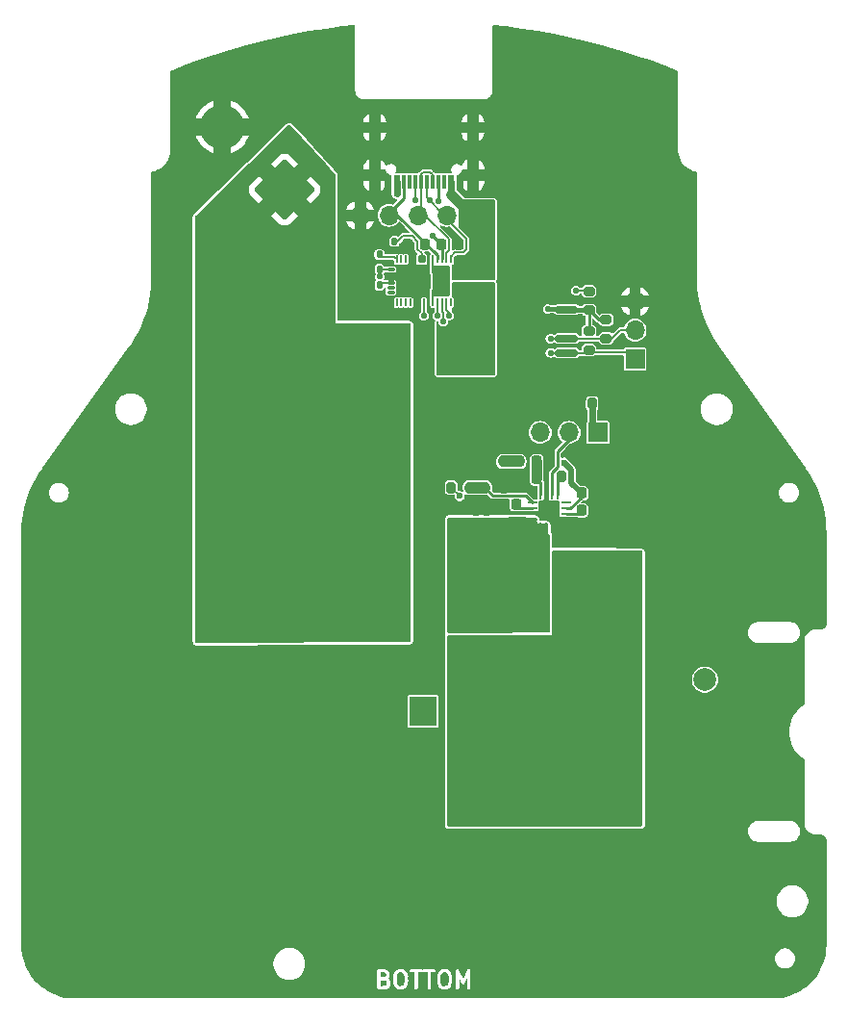
<source format=gtl>
G04 #@! TF.GenerationSoftware,KiCad,Pcbnew,8.0.1*
G04 #@! TF.CreationDate,2024-05-09T01:50:05+08:00*
G04 #@! TF.ProjectId,BatteryPod,42617474-6572-4795-906f-642e6b696361,rev?*
G04 #@! TF.SameCoordinates,Original*
G04 #@! TF.FileFunction,Copper,L1,Top*
G04 #@! TF.FilePolarity,Positive*
%FSLAX46Y46*%
G04 Gerber Fmt 4.6, Leading zero omitted, Abs format (unit mm)*
G04 Created by KiCad (PCBNEW 8.0.1) date 2024-05-09 01:50:05*
%MOMM*%
%LPD*%
G01*
G04 APERTURE LIST*
G04 Aperture macros list*
%AMRoundRect*
0 Rectangle with rounded corners*
0 $1 Rounding radius*
0 $2 $3 $4 $5 $6 $7 $8 $9 X,Y pos of 4 corners*
0 Add a 4 corners polygon primitive as box body*
4,1,4,$2,$3,$4,$5,$6,$7,$8,$9,$2,$3,0*
0 Add four circle primitives for the rounded corners*
1,1,$1+$1,$2,$3*
1,1,$1+$1,$4,$5*
1,1,$1+$1,$6,$7*
1,1,$1+$1,$8,$9*
0 Add four rect primitives between the rounded corners*
20,1,$1+$1,$2,$3,$4,$5,0*
20,1,$1+$1,$4,$5,$6,$7,0*
20,1,$1+$1,$6,$7,$8,$9,0*
20,1,$1+$1,$8,$9,$2,$3,0*%
G04 Aperture macros list end*
%ADD10C,0.300000*%
G04 #@! TA.AperFunction,ComponentPad*
%ADD11R,1.700000X1.700000*%
G04 #@! TD*
G04 #@! TA.AperFunction,ComponentPad*
%ADD12O,1.700000X1.700000*%
G04 #@! TD*
G04 #@! TA.AperFunction,SMDPad,CuDef*
%ADD13RoundRect,0.008000X-0.292000X-0.092000X0.292000X-0.092000X0.292000X0.092000X-0.292000X0.092000X0*%
G04 #@! TD*
G04 #@! TA.AperFunction,SMDPad,CuDef*
%ADD14RoundRect,0.024000X-0.076000X-0.276000X0.076000X-0.276000X0.076000X0.276000X-0.076000X0.276000X0*%
G04 #@! TD*
G04 #@! TA.AperFunction,SMDPad,CuDef*
%ADD15RoundRect,0.112000X-0.238000X-0.502000X0.238000X-0.502000X0.238000X0.502000X-0.238000X0.502000X0*%
G04 #@! TD*
G04 #@! TA.AperFunction,SMDPad,CuDef*
%ADD16RoundRect,0.058500X-0.266500X-0.291500X0.266500X-0.291500X0.266500X0.291500X-0.266500X0.291500X0*%
G04 #@! TD*
G04 #@! TA.AperFunction,ComponentPad*
%ADD17C,0.500000*%
G04 #@! TD*
G04 #@! TA.AperFunction,SMDPad,CuDef*
%ADD18RoundRect,0.185500X-1.174500X-1.139500X1.174500X-1.139500X1.174500X1.139500X-1.174500X1.139500X0*%
G04 #@! TD*
G04 #@! TA.AperFunction,SMDPad,CuDef*
%ADD19RoundRect,0.107100X-0.657900X-1.217900X0.657900X-1.217900X0.657900X1.217900X-0.657900X1.217900X0*%
G04 #@! TD*
G04 #@! TA.AperFunction,SMDPad,CuDef*
%ADD20RoundRect,0.225000X-0.225000X-0.250000X0.225000X-0.250000X0.225000X0.250000X-0.225000X0.250000X0*%
G04 #@! TD*
G04 #@! TA.AperFunction,SMDPad,CuDef*
%ADD21R,0.812800X0.254000*%
G04 #@! TD*
G04 #@! TA.AperFunction,SMDPad,CuDef*
%ADD22R,0.254000X0.812800*%
G04 #@! TD*
G04 #@! TA.AperFunction,ComponentPad*
%ADD23C,0.400000*%
G04 #@! TD*
G04 #@! TA.AperFunction,SMDPad,CuDef*
%ADD24R,1.752600X1.752600*%
G04 #@! TD*
G04 #@! TA.AperFunction,SMDPad,CuDef*
%ADD25RoundRect,0.200000X0.200000X0.275000X-0.200000X0.275000X-0.200000X-0.275000X0.200000X-0.275000X0*%
G04 #@! TD*
G04 #@! TA.AperFunction,SMDPad,CuDef*
%ADD26RoundRect,0.250000X-0.650000X-2.450000X0.650000X-2.450000X0.650000X2.450000X-0.650000X2.450000X0*%
G04 #@! TD*
G04 #@! TA.AperFunction,ComponentPad*
%ADD27RoundRect,0.250002X2.404160X0.000000X0.000000X2.404160X-2.404160X0.000000X0.000000X-2.404160X0*%
G04 #@! TD*
G04 #@! TA.AperFunction,ComponentPad*
%ADD28C,3.900000*%
G04 #@! TD*
G04 #@! TA.AperFunction,SMDPad,CuDef*
%ADD29RoundRect,0.200000X0.275000X-0.200000X0.275000X0.200000X-0.275000X0.200000X-0.275000X-0.200000X0*%
G04 #@! TD*
G04 #@! TA.AperFunction,SMDPad,CuDef*
%ADD30RoundRect,0.200000X-0.200000X-0.275000X0.200000X-0.275000X0.200000X0.275000X-0.200000X0.275000X0*%
G04 #@! TD*
G04 #@! TA.AperFunction,SMDPad,CuDef*
%ADD31RoundRect,0.225000X0.225000X0.250000X-0.225000X0.250000X-0.225000X-0.250000X0.225000X-0.250000X0*%
G04 #@! TD*
G04 #@! TA.AperFunction,SMDPad,CuDef*
%ADD32R,0.600000X1.240000*%
G04 #@! TD*
G04 #@! TA.AperFunction,SMDPad,CuDef*
%ADD33R,0.300000X1.240000*%
G04 #@! TD*
G04 #@! TA.AperFunction,ComponentPad*
%ADD34O,1.000000X2.100000*%
G04 #@! TD*
G04 #@! TA.AperFunction,ComponentPad*
%ADD35O,1.000000X1.800000*%
G04 #@! TD*
G04 #@! TA.AperFunction,SMDPad,CuDef*
%ADD36RoundRect,0.250000X-1.000000X1.400000X-1.000000X-1.400000X1.000000X-1.400000X1.000000X1.400000X0*%
G04 #@! TD*
G04 #@! TA.AperFunction,SMDPad,CuDef*
%ADD37RoundRect,0.140000X0.140000X0.170000X-0.140000X0.170000X-0.140000X-0.170000X0.140000X-0.170000X0*%
G04 #@! TD*
G04 #@! TA.AperFunction,SMDPad,CuDef*
%ADD38RoundRect,0.250000X1.000000X-1.400000X1.000000X1.400000X-1.000000X1.400000X-1.000000X-1.400000X0*%
G04 #@! TD*
G04 #@! TA.AperFunction,SMDPad,CuDef*
%ADD39R,3.200000X2.600000*%
G04 #@! TD*
G04 #@! TA.AperFunction,SMDPad,CuDef*
%ADD40R,3.200000X2.599990*%
G04 #@! TD*
G04 #@! TA.AperFunction,SMDPad,CuDef*
%ADD41R,2.400000X2.600000*%
G04 #@! TD*
G04 #@! TA.AperFunction,SMDPad,CuDef*
%ADD42RoundRect,0.150000X-0.825000X-0.150000X0.825000X-0.150000X0.825000X0.150000X-0.825000X0.150000X0*%
G04 #@! TD*
G04 #@! TA.AperFunction,SMDPad,CuDef*
%ADD43RoundRect,0.200000X-0.275000X0.200000X-0.275000X-0.200000X0.275000X-0.200000X0.275000X0.200000X0*%
G04 #@! TD*
G04 #@! TA.AperFunction,SMDPad,CuDef*
%ADD44RoundRect,0.250000X-1.750000X-1.000000X1.750000X-1.000000X1.750000X1.000000X-1.750000X1.000000X0*%
G04 #@! TD*
G04 #@! TA.AperFunction,ComponentPad*
%ADD45C,2.000000*%
G04 #@! TD*
G04 #@! TA.AperFunction,ViaPad*
%ADD46C,0.600000*%
G04 #@! TD*
G04 #@! TA.AperFunction,ViaPad*
%ADD47C,0.550000*%
G04 #@! TD*
G04 #@! TA.AperFunction,Conductor*
%ADD48C,0.200000*%
G04 #@! TD*
G04 #@! TA.AperFunction,Conductor*
%ADD49C,0.250000*%
G04 #@! TD*
G04 #@! TA.AperFunction,Conductor*
%ADD50C,0.400000*%
G04 #@! TD*
G04 #@! TA.AperFunction,Conductor*
%ADD51C,0.600000*%
G04 #@! TD*
G04 #@! TA.AperFunction,Conductor*
%ADD52C,0.500000*%
G04 #@! TD*
G04 #@! TA.AperFunction,Conductor*
%ADD53C,0.900000*%
G04 #@! TD*
G04 #@! TA.AperFunction,Conductor*
%ADD54C,1.000000*%
G04 #@! TD*
G04 APERTURE END LIST*
D10*
G36*
X106917124Y-151614795D02*
G01*
X106946559Y-151642956D01*
X106993234Y-151732854D01*
X106994936Y-151876625D01*
X106952003Y-151965867D01*
X106915012Y-152004532D01*
X106825554Y-152050979D01*
X106435434Y-152052851D01*
X106434513Y-151564303D01*
X106754316Y-151562562D01*
X106917124Y-151614795D01*
G37*
G36*
X106836467Y-150891681D02*
G01*
X106875131Y-150928671D01*
X106921969Y-151018882D01*
X106923186Y-151091579D01*
X106880575Y-151180152D01*
X106843585Y-151218816D01*
X106754084Y-151265286D01*
X106433953Y-151267029D01*
X106433167Y-150850025D01*
X106746334Y-150848319D01*
X106836467Y-150891681D01*
G37*
G36*
X108407366Y-150891426D02*
G01*
X108506953Y-150988561D01*
X108564333Y-151209697D01*
X108566852Y-151672392D01*
X108510248Y-151907687D01*
X108416583Y-152003717D01*
X108325285Y-152051119D01*
X108110287Y-152053086D01*
X108021201Y-152010229D01*
X107921616Y-151913095D01*
X107864236Y-151691959D01*
X107861717Y-151229263D01*
X107918320Y-150993969D01*
X108011986Y-150897940D01*
X108103286Y-150850536D01*
X108318282Y-150848569D01*
X108407366Y-150891426D01*
G37*
G36*
X112264509Y-150891426D02*
G01*
X112364096Y-150988561D01*
X112421476Y-151209697D01*
X112423995Y-151672392D01*
X112367391Y-151907687D01*
X112273726Y-152003717D01*
X112182428Y-152051119D01*
X111967430Y-152053086D01*
X111878344Y-152010229D01*
X111778759Y-151913095D01*
X111721379Y-151691959D01*
X111718860Y-151229263D01*
X111775463Y-150993969D01*
X111869129Y-150897940D01*
X111960429Y-150850536D01*
X112175425Y-150848569D01*
X112264509Y-150891426D01*
G37*
G36*
X114530952Y-152517495D02*
G01*
X105969046Y-152517495D01*
X105969046Y-150700828D01*
X106135713Y-150700828D01*
X106138595Y-152230092D01*
X106160993Y-152284164D01*
X106202377Y-152325548D01*
X106256449Y-152347946D01*
X106285713Y-152350828D01*
X106834022Y-152348197D01*
X106838380Y-152349650D01*
X106860621Y-152348069D01*
X106886406Y-152347946D01*
X106891384Y-152345883D01*
X106896760Y-152345502D01*
X106924224Y-152334992D01*
X107066765Y-152260983D01*
X107083334Y-152254121D01*
X107089104Y-152249385D01*
X107091967Y-152247899D01*
X107094563Y-152244905D01*
X107106065Y-152235466D01*
X107177966Y-152160310D01*
X107189927Y-152149938D01*
X107193844Y-152143714D01*
X107196149Y-152141306D01*
X107197665Y-152137644D01*
X107205592Y-152125053D01*
X107265498Y-152000527D01*
X107267576Y-151998450D01*
X107274254Y-151982327D01*
X107287530Y-151954732D01*
X107287911Y-151949356D01*
X107289974Y-151944378D01*
X107292856Y-151915114D01*
X107290581Y-151722880D01*
X107291678Y-151719590D01*
X107290315Y-151700411D01*
X107289974Y-151671564D01*
X107287911Y-151666585D01*
X107287530Y-151661210D01*
X107277020Y-151633747D01*
X107203014Y-151491209D01*
X107196149Y-151474636D01*
X107191411Y-151468863D01*
X107189927Y-151466004D01*
X107186935Y-151463409D01*
X107177494Y-151451905D01*
X107119349Y-151396276D01*
X107118498Y-151394575D01*
X107108565Y-151385960D01*
X107101831Y-151379517D01*
X107106536Y-151374598D01*
X107118498Y-151364225D01*
X107122415Y-151358002D01*
X107124720Y-151355593D01*
X107126236Y-151351930D01*
X107134163Y-151339339D01*
X107194069Y-151214814D01*
X107196148Y-151212736D01*
X107201080Y-151200828D01*
X107564285Y-151200828D01*
X107566956Y-151691359D01*
X107564462Y-151708119D01*
X107567146Y-151726268D01*
X107567167Y-151730092D01*
X107568014Y-151732136D01*
X107568764Y-151737208D01*
X107638595Y-152006331D01*
X107638595Y-152015805D01*
X107645175Y-152031691D01*
X107650085Y-152050613D01*
X107656724Y-152059573D01*
X107660992Y-152069877D01*
X107679647Y-152092608D01*
X107824233Y-152233635D01*
X107836604Y-152247899D01*
X107842957Y-152251898D01*
X107845236Y-152254121D01*
X107848897Y-152255637D01*
X107861489Y-152263564D01*
X107986014Y-152323470D01*
X107988092Y-152325548D01*
X108004214Y-152332226D01*
X108031810Y-152345502D01*
X108037185Y-152345883D01*
X108042164Y-152347946D01*
X108071428Y-152350828D01*
X108334687Y-152348419D01*
X108338380Y-152349650D01*
X108358808Y-152348198D01*
X108386406Y-152347946D01*
X108391384Y-152345883D01*
X108396760Y-152345502D01*
X108424224Y-152334992D01*
X108566762Y-152260985D01*
X108583335Y-152254121D01*
X108589106Y-152249384D01*
X108591967Y-152247899D01*
X108594562Y-152244906D01*
X108606065Y-152235466D01*
X108736066Y-152102183D01*
X108743640Y-152097639D01*
X108753570Y-152084237D01*
X108767577Y-152069877D01*
X108771843Y-152059575D01*
X108778484Y-152050614D01*
X108788377Y-152022923D01*
X108855247Y-151744952D01*
X108861403Y-151730092D01*
X108863191Y-151711928D01*
X108864108Y-151708120D01*
X108863782Y-151705931D01*
X108864285Y-151700828D01*
X108861613Y-151210295D01*
X108864108Y-151193536D01*
X108861423Y-151175386D01*
X108861403Y-151171564D01*
X108860556Y-151169519D01*
X108859806Y-151164447D01*
X108789974Y-150895323D01*
X108789974Y-150885851D01*
X108783394Y-150869965D01*
X108778484Y-150851042D01*
X108771844Y-150842081D01*
X108767577Y-150831778D01*
X108748922Y-150809048D01*
X108667973Y-150730092D01*
X108995739Y-150730092D01*
X109018137Y-150784164D01*
X109059521Y-150825548D01*
X109113593Y-150847946D01*
X109142857Y-150850828D01*
X109421708Y-150849921D01*
X109424310Y-152230092D01*
X109446708Y-152284164D01*
X109488092Y-152325548D01*
X109542164Y-152347946D01*
X109600692Y-152347946D01*
X109654764Y-152325548D01*
X109696148Y-152284164D01*
X109718546Y-152230092D01*
X109721428Y-152200828D01*
X109718880Y-150848955D01*
X110029264Y-150847946D01*
X110083336Y-150825548D01*
X110124720Y-150784164D01*
X110142857Y-150740378D01*
X110160994Y-150784164D01*
X110202378Y-150825548D01*
X110256450Y-150847946D01*
X110285714Y-150850828D01*
X110564565Y-150849921D01*
X110567167Y-152230092D01*
X110589565Y-152284164D01*
X110630949Y-152325548D01*
X110685021Y-152347946D01*
X110743549Y-152347946D01*
X110797621Y-152325548D01*
X110839005Y-152284164D01*
X110861403Y-152230092D01*
X110864285Y-152200828D01*
X110862400Y-151200828D01*
X111421428Y-151200828D01*
X111424099Y-151691359D01*
X111421605Y-151708119D01*
X111424289Y-151726268D01*
X111424310Y-151730092D01*
X111425157Y-151732136D01*
X111425907Y-151737208D01*
X111495738Y-152006331D01*
X111495738Y-152015805D01*
X111502318Y-152031691D01*
X111507228Y-152050613D01*
X111513867Y-152059573D01*
X111518135Y-152069877D01*
X111536790Y-152092608D01*
X111681376Y-152233635D01*
X111693747Y-152247899D01*
X111700100Y-152251898D01*
X111702379Y-152254121D01*
X111706040Y-152255637D01*
X111718632Y-152263564D01*
X111843157Y-152323470D01*
X111845235Y-152325548D01*
X111861357Y-152332226D01*
X111888953Y-152345502D01*
X111894328Y-152345883D01*
X111899307Y-152347946D01*
X111928571Y-152350828D01*
X112191830Y-152348419D01*
X112195523Y-152349650D01*
X112215951Y-152348198D01*
X112243549Y-152347946D01*
X112248527Y-152345883D01*
X112253903Y-152345502D01*
X112281367Y-152334992D01*
X112423905Y-152260985D01*
X112440478Y-152254121D01*
X112446249Y-152249384D01*
X112449110Y-152247899D01*
X112451705Y-152244906D01*
X112463208Y-152235466D01*
X112593209Y-152102183D01*
X112600783Y-152097639D01*
X112610713Y-152084237D01*
X112624720Y-152069877D01*
X112628986Y-152059575D01*
X112635627Y-152050614D01*
X112645520Y-152022923D01*
X112712390Y-151744952D01*
X112718546Y-151730092D01*
X112720334Y-151711928D01*
X112721251Y-151708120D01*
X112720925Y-151705931D01*
X112721428Y-151700828D01*
X112718756Y-151210295D01*
X112721251Y-151193536D01*
X112718566Y-151175386D01*
X112718546Y-151171564D01*
X112717699Y-151169519D01*
X112716949Y-151164447D01*
X112647117Y-150895323D01*
X112647117Y-150885851D01*
X112640537Y-150869965D01*
X112635627Y-150851042D01*
X112628987Y-150842081D01*
X112624720Y-150831778D01*
X112606065Y-150809048D01*
X112495114Y-150700828D01*
X113064285Y-150700828D01*
X113067167Y-152230092D01*
X113089565Y-152284164D01*
X113130949Y-152325548D01*
X113185021Y-152347946D01*
X113243549Y-152347946D01*
X113297621Y-152325548D01*
X113339005Y-152284164D01*
X113361403Y-152230092D01*
X113364285Y-152200828D01*
X113362718Y-151369843D01*
X113578555Y-151829494D01*
X113586025Y-151850035D01*
X113590490Y-151854911D01*
X113593345Y-151860990D01*
X113610150Y-151876380D01*
X113625552Y-151893198D01*
X113631595Y-151896018D01*
X113636508Y-151900517D01*
X113657928Y-151908306D01*
X113678590Y-151917948D01*
X113685247Y-151918240D01*
X113691510Y-151920518D01*
X113714289Y-151919517D01*
X113737060Y-151920518D01*
X113743319Y-151918241D01*
X113749981Y-151917949D01*
X113770648Y-151908304D01*
X113792063Y-151900517D01*
X113796976Y-151896017D01*
X113803018Y-151893198D01*
X113818413Y-151876385D01*
X113835226Y-151860990D01*
X113840194Y-151852601D01*
X113842545Y-151850035D01*
X113843864Y-151846405D01*
X113850212Y-151835690D01*
X114065548Y-151371375D01*
X114067167Y-152230092D01*
X114089565Y-152284164D01*
X114130949Y-152325548D01*
X114185021Y-152347946D01*
X114243549Y-152347946D01*
X114297621Y-152325548D01*
X114339005Y-152284164D01*
X114361403Y-152230092D01*
X114364285Y-152200828D01*
X114361461Y-150702720D01*
X114362546Y-150678052D01*
X114361409Y-150674926D01*
X114361403Y-150671564D01*
X114351442Y-150647518D01*
X114342545Y-150623050D01*
X114340285Y-150620582D01*
X114339005Y-150617492D01*
X114320607Y-150599094D01*
X114303018Y-150579887D01*
X114299984Y-150578471D01*
X114297621Y-150576108D01*
X114273590Y-150566154D01*
X114249981Y-150555136D01*
X114246636Y-150554989D01*
X114243549Y-150553710D01*
X114217525Y-150553710D01*
X114191510Y-150552567D01*
X114188367Y-150553710D01*
X114185021Y-150553710D01*
X114160968Y-150563673D01*
X114136508Y-150572568D01*
X114134040Y-150574827D01*
X114130949Y-150576108D01*
X114112540Y-150594516D01*
X114093345Y-150612095D01*
X114090995Y-150616061D01*
X114089565Y-150617492D01*
X114088209Y-150620764D01*
X114078358Y-150637395D01*
X113715001Y-151420874D01*
X113348322Y-150639984D01*
X113339005Y-150617492D01*
X113336658Y-150615145D01*
X113335226Y-150612095D01*
X113316018Y-150594505D01*
X113297621Y-150576108D01*
X113294530Y-150574827D01*
X113292063Y-150572568D01*
X113267597Y-150563671D01*
X113243549Y-150553710D01*
X113240203Y-150553710D01*
X113237060Y-150552567D01*
X113211056Y-150553710D01*
X113185021Y-150553710D01*
X113181930Y-150554990D01*
X113178590Y-150555137D01*
X113154994Y-150566147D01*
X113130949Y-150576108D01*
X113128585Y-150578471D01*
X113125552Y-150579887D01*
X113107962Y-150599094D01*
X113089565Y-150617492D01*
X113088284Y-150620582D01*
X113086025Y-150623050D01*
X113077128Y-150647515D01*
X113067167Y-150671564D01*
X113066715Y-150676152D01*
X113066024Y-150678053D01*
X113066179Y-150681591D01*
X113064285Y-150700828D01*
X112495114Y-150700828D01*
X112461484Y-150668026D01*
X112449110Y-150653758D01*
X112442754Y-150649757D01*
X112440477Y-150647536D01*
X112436817Y-150646020D01*
X112424224Y-150638093D01*
X112299699Y-150578186D01*
X112297621Y-150576108D01*
X112281489Y-150569426D01*
X112253904Y-150556155D01*
X112248529Y-150555773D01*
X112243549Y-150553710D01*
X112214285Y-150550828D01*
X111951024Y-150553236D01*
X111947332Y-150552006D01*
X111926908Y-150553457D01*
X111899307Y-150553710D01*
X111894326Y-150555773D01*
X111888952Y-150556155D01*
X111861488Y-150566664D01*
X111718944Y-150640674D01*
X111702379Y-150647536D01*
X111696608Y-150652271D01*
X111693746Y-150653758D01*
X111691149Y-150656752D01*
X111679648Y-150666191D01*
X111549644Y-150799473D01*
X111542072Y-150804017D01*
X111532145Y-150817414D01*
X111518135Y-150831778D01*
X111513866Y-150842083D01*
X111507228Y-150851043D01*
X111497335Y-150878734D01*
X111430466Y-151156702D01*
X111424310Y-151171564D01*
X111422521Y-151189729D01*
X111421605Y-151193537D01*
X111421930Y-151195724D01*
X111421428Y-151200828D01*
X110862400Y-151200828D01*
X110861737Y-150848955D01*
X111172121Y-150847946D01*
X111226193Y-150825548D01*
X111267577Y-150784164D01*
X111289975Y-150730092D01*
X111289975Y-150671564D01*
X111267577Y-150617492D01*
X111226193Y-150576108D01*
X111172121Y-150553710D01*
X111142857Y-150550828D01*
X110256450Y-150553710D01*
X110202378Y-150576108D01*
X110160994Y-150617492D01*
X110142857Y-150661277D01*
X110124720Y-150617492D01*
X110083336Y-150576108D01*
X110029264Y-150553710D01*
X110000000Y-150550828D01*
X109113593Y-150553710D01*
X109059521Y-150576108D01*
X109018137Y-150617492D01*
X108995739Y-150671564D01*
X108995739Y-150730092D01*
X108667973Y-150730092D01*
X108604341Y-150668026D01*
X108591967Y-150653758D01*
X108585611Y-150649757D01*
X108583334Y-150647536D01*
X108579674Y-150646020D01*
X108567081Y-150638093D01*
X108442556Y-150578186D01*
X108440478Y-150576108D01*
X108424346Y-150569426D01*
X108396761Y-150556155D01*
X108391386Y-150555773D01*
X108386406Y-150553710D01*
X108357142Y-150550828D01*
X108093881Y-150553236D01*
X108090189Y-150552006D01*
X108069765Y-150553457D01*
X108042164Y-150553710D01*
X108037183Y-150555773D01*
X108031809Y-150556155D01*
X108004345Y-150566664D01*
X107861801Y-150640674D01*
X107845236Y-150647536D01*
X107839465Y-150652271D01*
X107836603Y-150653758D01*
X107834006Y-150656752D01*
X107822505Y-150666191D01*
X107692501Y-150799473D01*
X107684929Y-150804017D01*
X107675002Y-150817414D01*
X107660992Y-150831778D01*
X107656723Y-150842083D01*
X107650085Y-150851043D01*
X107640192Y-150878734D01*
X107573323Y-151156702D01*
X107567167Y-151171564D01*
X107565378Y-151189729D01*
X107564462Y-151193537D01*
X107564787Y-151195724D01*
X107564285Y-151200828D01*
X107201080Y-151200828D01*
X107202829Y-151196604D01*
X107216101Y-151169019D01*
X107216482Y-151163644D01*
X107218546Y-151158664D01*
X107221428Y-151129400D01*
X107219393Y-151007873D01*
X107220250Y-151005303D01*
X107219072Y-150988738D01*
X107218546Y-150957278D01*
X107216482Y-150952297D01*
X107216101Y-150946923D01*
X107205592Y-150919459D01*
X107131581Y-150776916D01*
X107124720Y-150760349D01*
X107119983Y-150754577D01*
X107118498Y-150751717D01*
X107115505Y-150749121D01*
X107106065Y-150737619D01*
X107030915Y-150665722D01*
X107020539Y-150653758D01*
X107014313Y-150649839D01*
X107011906Y-150647536D01*
X107008246Y-150646020D01*
X106995653Y-150638093D01*
X106871125Y-150578184D01*
X106869049Y-150576108D01*
X106852931Y-150569431D01*
X106825332Y-150556154D01*
X106819954Y-150555771D01*
X106814977Y-150553710D01*
X106785713Y-150550828D01*
X106256449Y-150553710D01*
X106202377Y-150576108D01*
X106160993Y-150617492D01*
X106138595Y-150671564D01*
X106135713Y-150700828D01*
X105969046Y-150700828D01*
X105969046Y-150384161D01*
X114530952Y-150384161D01*
X114530952Y-152517495D01*
G37*
D11*
X128850000Y-96890000D03*
D12*
X128850000Y-94350000D03*
X128850000Y-91810000D03*
D13*
X107350000Y-89025000D03*
X107350000Y-89425000D03*
X107350000Y-89825000D03*
X107350000Y-90225000D03*
X107350000Y-90625000D03*
X107350000Y-91025000D03*
D14*
X107850000Y-91925000D03*
X108250000Y-91925000D03*
X108650000Y-91925000D03*
X109050000Y-91925000D03*
X109450000Y-91925000D03*
X109850000Y-91925000D03*
X110250000Y-91925000D03*
X110650000Y-91925000D03*
X111050000Y-91925000D03*
X111450000Y-91925000D03*
X111850000Y-91925000D03*
X112250000Y-91925000D03*
X112650000Y-91925000D03*
D15*
X113150000Y-90714000D03*
X113150000Y-89336000D03*
D14*
X112650000Y-88125000D03*
X112250000Y-88125000D03*
X111850000Y-88125000D03*
X111450000Y-88125000D03*
X111050000Y-88125000D03*
X110650000Y-88125000D03*
D16*
X110050000Y-88125000D03*
X109250000Y-88125000D03*
D14*
X108650000Y-88125000D03*
X108250000Y-88125000D03*
X107850000Y-88125000D03*
D17*
X108225000Y-88975000D03*
X108225000Y-89675000D03*
X108225000Y-90375000D03*
X108225000Y-91075000D03*
X108925000Y-88975000D03*
X108925000Y-89675000D03*
X108925000Y-90375000D03*
X108925000Y-91075000D03*
D18*
X109285000Y-90025000D03*
D17*
X109625000Y-88975000D03*
X109625000Y-89675000D03*
X109625000Y-90375000D03*
X109625000Y-91075000D03*
X110325000Y-88975000D03*
X110325000Y-89675000D03*
X110325000Y-90375000D03*
X110325000Y-91075000D03*
X111450000Y-88975000D03*
X111450000Y-89675000D03*
X111450000Y-90375000D03*
X111450000Y-91075000D03*
D19*
X111810000Y-90025000D03*
D17*
X112150000Y-88975000D03*
X112150000Y-89675000D03*
X112150000Y-90375000D03*
X112150000Y-91075000D03*
D20*
X111766802Y-86781802D03*
X113316802Y-86781802D03*
D21*
X122750000Y-111026989D03*
X122750000Y-110526863D03*
X122750000Y-110026737D03*
X122750000Y-109526611D03*
D22*
X122026989Y-108803600D03*
X121526863Y-108803600D03*
X121026737Y-108803600D03*
X120526611Y-108803600D03*
D21*
X119803600Y-109526611D03*
X119803600Y-110026737D03*
X119803600Y-110526863D03*
X119803600Y-111026989D03*
D22*
X120526611Y-111750000D03*
X121026737Y-111750000D03*
X121526863Y-111750000D03*
X122026989Y-111750000D03*
D23*
X121876800Y-110876800D03*
X121876800Y-109676800D03*
X121276800Y-110276800D03*
D24*
X121276800Y-110276800D03*
D23*
X120676800Y-110876800D03*
X120676800Y-109676800D03*
D25*
X124025000Y-107200000D03*
X122375000Y-107200000D03*
D11*
X114800000Y-84250000D03*
D12*
X112260000Y-84250000D03*
X109720000Y-84250000D03*
X107180000Y-84250000D03*
X104640000Y-84250000D03*
D20*
X129025000Y-115400000D03*
X130575000Y-115400000D03*
D26*
X125700000Y-122100000D03*
X130800000Y-122100000D03*
D27*
X98000000Y-82000000D03*
D28*
X92484567Y-76484567D03*
D29*
X124800000Y-92575000D03*
X124800000Y-90925000D03*
D30*
X115625000Y-105900000D03*
X117275000Y-105900000D03*
D31*
X125675000Y-108700000D03*
X124125000Y-108700000D03*
D30*
X112650000Y-108200000D03*
X114300000Y-108200000D03*
D31*
X110353604Y-86781802D03*
X108803604Y-86781802D03*
D32*
X113450000Y-81325000D03*
X112650000Y-81325000D03*
D33*
X111500000Y-81325000D03*
X110500000Y-81325000D03*
X110000000Y-81325000D03*
X109000000Y-81325000D03*
D32*
X107850000Y-81325000D03*
X107050000Y-81325000D03*
X107050000Y-81325000D03*
X107850000Y-81325000D03*
D33*
X108500000Y-81325000D03*
X109500000Y-81325000D03*
X111000000Y-81325000D03*
X112000000Y-81325000D03*
D32*
X112650000Y-81325000D03*
X113450000Y-81325000D03*
D34*
X114570000Y-80725000D03*
D35*
X114570000Y-76525000D03*
D34*
X105930000Y-80725000D03*
D35*
X105930000Y-76525000D03*
D36*
X126700000Y-115800000D03*
X119900000Y-115800000D03*
D31*
X120200000Y-107400000D03*
X118650000Y-107400000D03*
D26*
X105150000Y-109000000D03*
X110250000Y-109000000D03*
D30*
X125075000Y-100800000D03*
X126725000Y-100800000D03*
X115625000Y-108200000D03*
X117275000Y-108200000D03*
D37*
X106350000Y-90400000D03*
X105390000Y-90400000D03*
D38*
X106500000Y-95850000D03*
X113300000Y-95850000D03*
D37*
X107650000Y-86550000D03*
X106690000Y-86550000D03*
D39*
X115000000Y-113900000D03*
D40*
X105400000Y-114000005D03*
D41*
X110200000Y-127900000D03*
D31*
X120200000Y-105900000D03*
X118650000Y-105900000D03*
D37*
X106350000Y-89000000D03*
X105390000Y-89000000D03*
D20*
X129025000Y-116900000D03*
X130575000Y-116900000D03*
D42*
X117875000Y-92545000D03*
X117875000Y-93815000D03*
X117875000Y-95085000D03*
X117875000Y-96355000D03*
X122825000Y-96355000D03*
X122825000Y-95085000D03*
X122825000Y-93815000D03*
X122825000Y-92545000D03*
D31*
X125675000Y-110200000D03*
X124125000Y-110200000D03*
D43*
X124800000Y-94450000D03*
X124800000Y-96100000D03*
X126300000Y-93425000D03*
X126300000Y-95075000D03*
D11*
X125575000Y-103350000D03*
D12*
X123035000Y-103350000D03*
X120495000Y-103350000D03*
D31*
X118400000Y-109675000D03*
X116850000Y-109675000D03*
D44*
X123800000Y-130600000D03*
X131800000Y-130600000D03*
D37*
X106330000Y-87700000D03*
X105370000Y-87700000D03*
D45*
X135000000Y-125100000D03*
X135000000Y-134000000D03*
D46*
X110000000Y-121000000D03*
X99000000Y-123000000D03*
X145000000Y-116000000D03*
X110000000Y-122000000D03*
X89000000Y-74000000D03*
X135000000Y-152000000D03*
X76000000Y-148000000D03*
X110800000Y-101950000D03*
X140000000Y-136000000D03*
X124300000Y-113000000D03*
X110900000Y-131400000D03*
X87000000Y-82000000D03*
X83000000Y-152000000D03*
X131900000Y-137400000D03*
D47*
X109600000Y-98000000D03*
D46*
X89000000Y-152000000D03*
X119200000Y-108300000D03*
X89000000Y-118000000D03*
X110000000Y-105000000D03*
X87000000Y-81000000D03*
X102000000Y-123000000D03*
X110000000Y-123000000D03*
X145000000Y-140000000D03*
D47*
X109600000Y-94000000D03*
D46*
X145000000Y-115000000D03*
X111900000Y-139400000D03*
X115000000Y-105000000D03*
X138000000Y-152000000D03*
X116900000Y-139400000D03*
X110900000Y-132400000D03*
X89000000Y-121000000D03*
X110800000Y-99950000D03*
X113900000Y-139400000D03*
X114900000Y-139400000D03*
X133400000Y-84000000D03*
X121200000Y-105500000D03*
X119900000Y-108800000D03*
D47*
X110800000Y-96000000D03*
D46*
X112900000Y-139400000D03*
X98000000Y-123000000D03*
X110900000Y-137400000D03*
X110900000Y-136400000D03*
X114847738Y-110402000D03*
X133400000Y-82000000D03*
X110900000Y-138400000D03*
X131900000Y-138400000D03*
X145000000Y-117000000D03*
X108000000Y-123000000D03*
X137000000Y-152000000D03*
X110800000Y-98950000D03*
X133400000Y-88000000D03*
X123900000Y-139400000D03*
X130300000Y-113000000D03*
X88000000Y-152000000D03*
D47*
X118000000Y-89000000D03*
D46*
X123300000Y-113000000D03*
X145000000Y-119000000D03*
X145000000Y-120000000D03*
X133400000Y-87000000D03*
X120900000Y-139400000D03*
X132000000Y-73000000D03*
X109000000Y-123000000D03*
X76000000Y-121000000D03*
X110900000Y-133400000D03*
X132000000Y-72000000D03*
X115800000Y-110400000D03*
X115800000Y-101950000D03*
X114000000Y-105000000D03*
X76000000Y-117000000D03*
X119900000Y-139400000D03*
X114800000Y-101950000D03*
X90000000Y-71500000D03*
X76000000Y-144000000D03*
X87000000Y-83000000D03*
X90000000Y-152000000D03*
X87000000Y-87000000D03*
X91000000Y-152000000D03*
D47*
X112866802Y-85981802D03*
D46*
X89000000Y-122000000D03*
X76000000Y-120000000D03*
D47*
X110800000Y-94000000D03*
D46*
X89000000Y-119000000D03*
X139000000Y-135000000D03*
X76000000Y-119000000D03*
X133400000Y-89000000D03*
X101000000Y-123000000D03*
X145000000Y-111000000D03*
X85000000Y-152000000D03*
X76000000Y-141000000D03*
X140000000Y-131000000D03*
X140000000Y-152000000D03*
X139000000Y-132000000D03*
X89000000Y-120000000D03*
X124900000Y-139400000D03*
X139000000Y-152000000D03*
X131000000Y-71500000D03*
X130300000Y-114000000D03*
X97000000Y-123000000D03*
X145000000Y-148000000D03*
X76000000Y-147000000D03*
X125000000Y-106500000D03*
X133400000Y-81000000D03*
X133000000Y-152000000D03*
X76000000Y-111000000D03*
X145000000Y-141000000D03*
X145000000Y-147000000D03*
D47*
X118000000Y-88000000D03*
D46*
X87000000Y-152000000D03*
X110000000Y-118000000D03*
D47*
X110800000Y-95000000D03*
D46*
X126300000Y-113000000D03*
X132000000Y-74000000D03*
X125300000Y-113000000D03*
X129900000Y-139400000D03*
X129300000Y-113000000D03*
X105000000Y-123000000D03*
X139000000Y-133000000D03*
D47*
X118000000Y-90000000D03*
D46*
X76000000Y-145000000D03*
X94000000Y-123000000D03*
X110800000Y-100950000D03*
X110900000Y-139400000D03*
X122750000Y-111750000D03*
X131900000Y-139400000D03*
X117900000Y-139400000D03*
X118900000Y-139400000D03*
X93000000Y-123000000D03*
X76000000Y-146000000D03*
X113000000Y-105000000D03*
X76000000Y-142000000D03*
D47*
X109600000Y-102000000D03*
D46*
X76000000Y-139000000D03*
X127300000Y-113000000D03*
X122900000Y-139400000D03*
X91000000Y-123000000D03*
X145000000Y-114000000D03*
X89000000Y-123000000D03*
D47*
X118000000Y-87000000D03*
D46*
X133400000Y-83000000D03*
X76000000Y-114000000D03*
X110900000Y-134400000D03*
X76000000Y-140000000D03*
X122300000Y-113000000D03*
X90000000Y-123000000D03*
X92000000Y-123000000D03*
X110000000Y-119000000D03*
X111800000Y-101950000D03*
X130900000Y-139400000D03*
X89000000Y-73000000D03*
X145000000Y-112000000D03*
D47*
X110800000Y-97000000D03*
D46*
X136000000Y-152000000D03*
X145000000Y-142000000D03*
X115900000Y-139400000D03*
X111000000Y-105000000D03*
X110000000Y-120000000D03*
X142000000Y-131000000D03*
X87000000Y-88000000D03*
D47*
X110800000Y-98000000D03*
D46*
X87000000Y-84000000D03*
X113800000Y-101950000D03*
X76000000Y-112000000D03*
X76000000Y-115000000D03*
X141000000Y-136000000D03*
X84000000Y-152000000D03*
X132000000Y-75000000D03*
X87000000Y-89000000D03*
X139000000Y-131000000D03*
X133400000Y-85000000D03*
X87000000Y-86000000D03*
X95000000Y-123000000D03*
X100000000Y-123000000D03*
X76000000Y-113000000D03*
X113850000Y-110300000D03*
X106000000Y-123000000D03*
X107000000Y-123000000D03*
X104000000Y-123000000D03*
X145000000Y-149000000D03*
X112800000Y-101950000D03*
X110900000Y-135400000D03*
X128300000Y-113000000D03*
X89000000Y-72000000D03*
X121200000Y-106400000D03*
X145000000Y-118000000D03*
X133400000Y-86000000D03*
X125000000Y-107400000D03*
X82000000Y-152000000D03*
X76000000Y-118000000D03*
X134000000Y-152000000D03*
X76000000Y-116000000D03*
X89000000Y-75000000D03*
D47*
X118000000Y-91000000D03*
D46*
X76000000Y-143000000D03*
X112000000Y-105000000D03*
X103000000Y-123000000D03*
D47*
X119000000Y-91000000D03*
D46*
X145000000Y-113000000D03*
X139000000Y-134000000D03*
X121900000Y-139400000D03*
X86000000Y-152000000D03*
X87000000Y-85000000D03*
X107400000Y-103350000D03*
X108500000Y-103350000D03*
X106300000Y-103350000D03*
X122600000Y-106000000D03*
X125000000Y-134000000D03*
X125000000Y-126000000D03*
X129000000Y-123000000D03*
X125000000Y-129000000D03*
X127000000Y-130000000D03*
X124000000Y-126000000D03*
X128000000Y-128900000D03*
X124000000Y-134000000D03*
X126000000Y-134000000D03*
X127000000Y-128000000D03*
X129000000Y-128900000D03*
X125000000Y-128000000D03*
X125000000Y-127000000D03*
X121950000Y-114100000D03*
X127000000Y-133000000D03*
X128000000Y-122000000D03*
X124000000Y-128000000D03*
X128000000Y-126000000D03*
X128000000Y-127900000D03*
X126000000Y-128000000D03*
X129000000Y-127900000D03*
X124000000Y-129000000D03*
X129000000Y-122000000D03*
X128000000Y-123000000D03*
X126000000Y-127000000D03*
X124000000Y-127000000D03*
X128000000Y-132900000D03*
X123000000Y-134000000D03*
X127000000Y-123000000D03*
X125000000Y-133000000D03*
X127000000Y-126000000D03*
X128000000Y-130900000D03*
X129000000Y-131900000D03*
X129000000Y-130900000D03*
X127000000Y-121000000D03*
X128000000Y-129900000D03*
X127000000Y-132000000D03*
X128000000Y-133900000D03*
X129000000Y-132900000D03*
X128000000Y-124000000D03*
X126000000Y-129000000D03*
X123000000Y-128000000D03*
X124000000Y-133000000D03*
X123000000Y-133000000D03*
X129000000Y-133900000D03*
X127000000Y-124000000D03*
X129000000Y-127000000D03*
X127000000Y-127000000D03*
X128000000Y-131900000D03*
X129000000Y-129900000D03*
X126000000Y-126000000D03*
X128000000Y-127000000D03*
X126000000Y-133000000D03*
X128000000Y-121000000D03*
X113400000Y-108950000D03*
X127000000Y-134000000D03*
X127000000Y-122000000D03*
X127000000Y-129000000D03*
X127000000Y-131000000D03*
X123000000Y-127000000D03*
X129000000Y-121000000D03*
X129000000Y-126000000D03*
X129000000Y-124000000D03*
D47*
X110774854Y-82954854D03*
X109498000Y-82952000D03*
X111502468Y-82972532D03*
X111005000Y-86020000D03*
X123650000Y-90900000D03*
X112454000Y-93102000D03*
X121400000Y-95100000D03*
X111952000Y-93598000D03*
X111450000Y-93102000D03*
X121400000Y-96350000D03*
D46*
X107850000Y-82360000D03*
X112650000Y-82385000D03*
D47*
X110250000Y-93102000D03*
X106350000Y-89650000D03*
X121150000Y-92500000D03*
D48*
X121400000Y-95100000D02*
X126800000Y-95100000D01*
X126800000Y-95100000D02*
X127550000Y-94350000D01*
X127550000Y-94350000D02*
X128850000Y-94350000D01*
X121400000Y-96350000D02*
X121970000Y-96350000D01*
X121975000Y-96355000D02*
X124570000Y-96355000D01*
X128260000Y-96300000D02*
X128850000Y-96890000D01*
X124570000Y-96355000D02*
X124900000Y-96025000D01*
X124900000Y-96025000D02*
X125175000Y-96300000D01*
X121970000Y-96350000D02*
X121975000Y-96355000D01*
X125175000Y-96300000D02*
X128260000Y-96300000D01*
D49*
X126300000Y-93425000D02*
X125650000Y-93425000D01*
X125650000Y-93425000D02*
X124800000Y-92575000D01*
X124800000Y-94450000D02*
X124800000Y-92575000D01*
D50*
X122780000Y-92500000D02*
X122825000Y-92545000D01*
X121150000Y-92500000D02*
X122780000Y-92500000D01*
D48*
X107850000Y-88125000D02*
X107625000Y-87900000D01*
X107625000Y-87900000D02*
X106530000Y-87900000D01*
X106530000Y-87900000D02*
X106330000Y-87700000D01*
X107630000Y-86550000D02*
X107900000Y-86550000D01*
X110050000Y-87598658D02*
X110050000Y-88125000D01*
X109222064Y-86079802D02*
X109676604Y-86534342D01*
X107900000Y-86550000D02*
X108370198Y-86079802D01*
X108370198Y-86079802D02*
X109222064Y-86079802D01*
X109676604Y-86534342D02*
X109676604Y-87225262D01*
X109676604Y-87225262D02*
X110050000Y-87598658D01*
X107680000Y-86600000D02*
X107630000Y-86550000D01*
X111850000Y-92750000D02*
X111850000Y-91925000D01*
X111952000Y-93598000D02*
X111952000Y-92852000D01*
X111952000Y-92852000D02*
X111850000Y-92750000D01*
D51*
X112866802Y-85981802D02*
X113316802Y-86431802D01*
X113316802Y-86431802D02*
X113316802Y-86781802D01*
D49*
X122600000Y-106000000D02*
X122455234Y-106000000D01*
D52*
X123200000Y-106600000D02*
X123200000Y-107775000D01*
X122600000Y-106000000D02*
X123200000Y-106600000D01*
D49*
X124125000Y-109044186D02*
X124125000Y-108700000D01*
D52*
X123200000Y-107775000D02*
X124125000Y-108700000D01*
D49*
X122750000Y-110026737D02*
X123142449Y-110026737D01*
X123142449Y-110026737D02*
X124125000Y-109044186D01*
X123848137Y-110526863D02*
X124175000Y-110200000D01*
X122750000Y-110526863D02*
X123848137Y-110526863D01*
D53*
X120200000Y-105900000D02*
X120200000Y-107400000D01*
D49*
X120526611Y-108803600D02*
X120526611Y-107726611D01*
X120526611Y-107726611D02*
X120200000Y-107400000D01*
D54*
X117275000Y-105900000D02*
X118650000Y-105900000D01*
D49*
X118400000Y-110026737D02*
X119803600Y-110026737D01*
X118400000Y-109675000D02*
X118400000Y-110026737D01*
X115625000Y-108200000D02*
X116352000Y-108927000D01*
X119203989Y-108927000D02*
X119803600Y-109526611D01*
D54*
X115625000Y-108200000D02*
X114300000Y-108200000D01*
D49*
X116352000Y-108927000D02*
X119203989Y-108927000D01*
X122026989Y-108803600D02*
X122026989Y-107548011D01*
X122026989Y-107548011D02*
X122375000Y-107200000D01*
D48*
X113400000Y-108950000D02*
X112650000Y-108200000D01*
X111050000Y-91925000D02*
X111050000Y-90785000D01*
X111050000Y-88125000D02*
X111050000Y-89265000D01*
X111050000Y-89265000D02*
X111491802Y-89706802D01*
X111050000Y-90785000D02*
X111491802Y-90343198D01*
X112260000Y-84604540D02*
X113993802Y-86338342D01*
X113000000Y-87525000D02*
X112650000Y-87875000D01*
X113993802Y-87229802D02*
X113698604Y-87525000D01*
X113698604Y-87525000D02*
X113000000Y-87525000D01*
X110500000Y-82680000D02*
X112070000Y-84250000D01*
X109500000Y-82950000D02*
X109498000Y-82952000D01*
X109500000Y-81325000D02*
X109500000Y-82950000D01*
X110500000Y-81325000D02*
X110500000Y-82680000D01*
X113993802Y-86338342D02*
X113993802Y-87229802D01*
X112260000Y-84250000D02*
X112260000Y-84604540D01*
X112650000Y-87875000D02*
X112650000Y-88125000D01*
X110800000Y-80450000D02*
X111000000Y-80650000D01*
X112450000Y-86344540D02*
X112450000Y-87348604D01*
X111000000Y-80650000D02*
X111000000Y-81325000D01*
X110000000Y-81325000D02*
X110000000Y-83780000D01*
X110000000Y-80650000D02*
X110200000Y-80450000D01*
X112450000Y-87348604D02*
X112250000Y-87548604D01*
X112250000Y-87548604D02*
X112250000Y-88125000D01*
X110355460Y-84250000D02*
X112450000Y-86344540D01*
X110000000Y-81325000D02*
X110000000Y-80650000D01*
X109720000Y-84250000D02*
X110355460Y-84250000D01*
X110200000Y-80450000D02*
X110800000Y-80450000D01*
D49*
X111500000Y-82970064D02*
X111500000Y-81325000D01*
X111502468Y-82972532D02*
X111500000Y-82970064D01*
X111850000Y-86759186D02*
X111850000Y-88125000D01*
X111005000Y-86020000D02*
X111766802Y-86781802D01*
X111450000Y-88125000D02*
X111450000Y-87775000D01*
X107925000Y-84250000D02*
X106990000Y-84250000D01*
X108500000Y-82740000D02*
X108500000Y-81325000D01*
X111450000Y-87775000D02*
X107925000Y-84250000D01*
X106990000Y-84250000D02*
X108500000Y-82740000D01*
D48*
X106350000Y-90225000D02*
X107350000Y-90225000D01*
X112250000Y-92600000D02*
X112454000Y-92804000D01*
X112250000Y-91925000D02*
X112250000Y-92600000D01*
X124775000Y-90900000D02*
X124800000Y-90925000D01*
X112454000Y-92804000D02*
X112454000Y-93102000D01*
X123650000Y-90900000D02*
X124775000Y-90900000D01*
X111450000Y-91925000D02*
X111450000Y-93102000D01*
D51*
X107850000Y-81325000D02*
X107850000Y-82360000D01*
D53*
X114515000Y-84250000D02*
X112650000Y-82385000D01*
X114610000Y-84250000D02*
X114515000Y-84250000D01*
D51*
X112650000Y-82385000D02*
X112650000Y-81325000D01*
D49*
X121526863Y-106923137D02*
X121526863Y-108803600D01*
X123035000Y-104015000D02*
X122048000Y-105002000D01*
X123035000Y-103350000D02*
X123035000Y-104015000D01*
X122048000Y-105002000D02*
X122048000Y-106402000D01*
X122048000Y-106402000D02*
X121526863Y-106923137D01*
D51*
X125075000Y-100800000D02*
X125075000Y-102850000D01*
D48*
X110250000Y-91925000D02*
X110250000Y-93102000D01*
D50*
X124770000Y-92545000D02*
X124800000Y-92575000D01*
D48*
X106350000Y-89000000D02*
X106350000Y-89650000D01*
D50*
X122825000Y-92545000D02*
X124770000Y-92545000D01*
D48*
X107350000Y-89025000D02*
X106220000Y-89025000D01*
G04 #@! TA.AperFunction,Conductor*
G36*
X113405690Y-90106422D02*
G01*
X113419861Y-90109240D01*
X113460087Y-90117242D01*
X113460087Y-90117241D01*
X113460527Y-90117329D01*
X113467569Y-90119093D01*
X113483106Y-90123806D01*
X113518722Y-90129088D01*
X113528240Y-90130500D01*
X116426000Y-90130500D01*
X116478326Y-90152174D01*
X116500000Y-90204500D01*
X116500000Y-98251000D01*
X116478326Y-98303326D01*
X116426000Y-98325000D01*
X111449000Y-98325000D01*
X111396674Y-98303326D01*
X111375000Y-98251000D01*
X111375000Y-93615214D01*
X111396674Y-93562888D01*
X111449000Y-93541214D01*
X111501326Y-93562888D01*
X111522089Y-93603638D01*
X111542280Y-93731126D01*
X111603471Y-93851219D01*
X111603472Y-93851220D01*
X111698780Y-93946528D01*
X111818873Y-94007718D01*
X111818873Y-94007719D01*
X111837075Y-94010601D01*
X111952000Y-94028804D01*
X112085126Y-94007719D01*
X112205220Y-93946528D01*
X112300528Y-93851220D01*
X112361719Y-93731126D01*
X112382804Y-93598000D01*
X112382803Y-93597999D01*
X112383243Y-93595228D01*
X112412836Y-93546937D01*
X112448506Y-93535346D01*
X112448248Y-93533715D01*
X112587126Y-93511719D01*
X112707220Y-93450528D01*
X112802528Y-93355220D01*
X112863719Y-93235126D01*
X112884804Y-93102000D01*
X112863719Y-92968874D01*
X112863719Y-92968873D01*
X112802528Y-92848780D01*
X112771674Y-92817926D01*
X112750000Y-92765600D01*
X112750000Y-92433082D01*
X112771674Y-92380756D01*
X112788214Y-92369705D01*
X112788027Y-92369425D01*
X112799500Y-92361759D01*
X112851808Y-92326808D01*
X112890376Y-92269087D01*
X112900500Y-92218189D01*
X112900499Y-91631812D01*
X112900499Y-91631807D01*
X112890377Y-91580915D01*
X112851808Y-91523192D01*
X112851807Y-91523191D01*
X112788027Y-91480575D01*
X112789206Y-91478810D01*
X112755631Y-91445232D01*
X112750000Y-91416917D01*
X112750000Y-90190375D01*
X112771674Y-90138049D01*
X112824000Y-90116375D01*
X112844270Y-90116375D01*
X112844271Y-90116375D01*
X112894309Y-90106422D01*
X112908745Y-90105000D01*
X113391254Y-90105000D01*
X113405690Y-90106422D01*
G37*
G04 #@! TD.AperFunction*
G04 #@! TA.AperFunction,Conductor*
G36*
X129376780Y-113749225D02*
G01*
X129443694Y-113769331D01*
X129489116Y-113822422D01*
X129500000Y-113873223D01*
X129500000Y-137876000D01*
X129480315Y-137943039D01*
X129427511Y-137988794D01*
X129376000Y-138000000D01*
X112424000Y-138000000D01*
X112356961Y-137980315D01*
X112311206Y-137927511D01*
X112300000Y-137876000D01*
X112300000Y-121323331D01*
X112319685Y-121256292D01*
X112372489Y-121210537D01*
X112423328Y-121199333D01*
X121550000Y-121150000D01*
X121550000Y-113824782D01*
X121569685Y-113757743D01*
X121622489Y-113711988D01*
X121674776Y-113700784D01*
X129376780Y-113749225D01*
G37*
G04 #@! TD.AperFunction*
G04 #@! TA.AperFunction,Conductor*
G36*
X119301357Y-110831002D02*
G01*
X119303699Y-110832527D01*
X119318969Y-110842730D01*
X119318971Y-110842730D01*
X119318972Y-110842731D01*
X119377447Y-110854362D01*
X119377450Y-110854363D01*
X119377452Y-110854363D01*
X120076000Y-110854363D01*
X120143039Y-110874048D01*
X120188794Y-110926852D01*
X120200000Y-110978363D01*
X120200000Y-111172852D01*
X120211631Y-111231329D01*
X120211632Y-111231330D01*
X120255947Y-111297652D01*
X120322269Y-111341967D01*
X120322270Y-111341968D01*
X120380747Y-111353599D01*
X120380750Y-111353600D01*
X120380752Y-111353600D01*
X121075363Y-111353600D01*
X121142402Y-111373285D01*
X121188157Y-111426089D01*
X121199363Y-111477600D01*
X121199363Y-112176152D01*
X121210994Y-112234629D01*
X121210995Y-112234630D01*
X121255310Y-112300952D01*
X121294891Y-112327399D01*
X121339696Y-112381011D01*
X121350000Y-112430501D01*
X121350000Y-113777660D01*
X121348738Y-113795307D01*
X121344500Y-113824782D01*
X121344500Y-120822275D01*
X121324815Y-120889314D01*
X121272011Y-120935069D01*
X121221170Y-120946273D01*
X114921952Y-120980323D01*
X112424669Y-120993822D01*
X112357525Y-120974501D01*
X112311486Y-120921945D01*
X112300000Y-120869825D01*
X112300000Y-110973316D01*
X112319685Y-110906277D01*
X112372489Y-110860522D01*
X112423311Y-110849318D01*
X114562538Y-110837499D01*
X114629683Y-110856813D01*
X114630260Y-110857182D01*
X114637682Y-110861952D01*
X114637687Y-110861954D01*
X114775774Y-110902499D01*
X114775776Y-110902500D01*
X114775777Y-110902500D01*
X114919699Y-110902500D01*
X115057791Y-110861953D01*
X115070148Y-110854011D01*
X115136496Y-110834328D01*
X115509768Y-110832266D01*
X115576914Y-110851580D01*
X115577467Y-110851932D01*
X115589947Y-110859953D01*
X115589949Y-110859953D01*
X115589950Y-110859954D01*
X115728036Y-110900499D01*
X115728038Y-110900500D01*
X115728039Y-110900500D01*
X115871962Y-110900500D01*
X115871962Y-110900499D01*
X115932298Y-110882783D01*
X116010048Y-110859955D01*
X116010050Y-110859953D01*
X116010053Y-110859953D01*
X116027525Y-110848723D01*
X116093878Y-110829039D01*
X119234214Y-110811689D01*
X119301357Y-110831002D01*
G37*
G04 #@! TD.AperFunction*
G04 #@! TA.AperFunction,Conductor*
G36*
X116478326Y-82896674D02*
G01*
X116500000Y-82949000D01*
X116500000Y-89901000D01*
X116478326Y-89953326D01*
X116426000Y-89975000D01*
X113528241Y-89975000D01*
X113497873Y-89965789D01*
X113497157Y-89967519D01*
X113490423Y-89964730D01*
X113486064Y-89963863D01*
X113413856Y-89949500D01*
X112886144Y-89949500D01*
X112844611Y-89957761D01*
X112813935Y-89963863D01*
X112758387Y-89952814D01*
X112726921Y-89905721D01*
X112725499Y-89891285D01*
X112725499Y-88781729D01*
X112725499Y-88781727D01*
X112710554Y-88706589D01*
X112710552Y-88706586D01*
X112707764Y-88699853D01*
X112709356Y-88699193D01*
X112700000Y-88668346D01*
X112700000Y-88644820D01*
X112721674Y-88592494D01*
X112759563Y-88572242D01*
X112794087Y-88565376D01*
X112851808Y-88526808D01*
X112890376Y-88469087D01*
X112900500Y-88418189D01*
X112900500Y-88125500D01*
X112900500Y-88009412D01*
X112922174Y-87957086D01*
X113082086Y-87797174D01*
X113134412Y-87775500D01*
X113748431Y-87775500D01*
X113748432Y-87775500D01*
X113840501Y-87737364D01*
X114206166Y-87371699D01*
X114244302Y-87279630D01*
X114244302Y-87179974D01*
X114244302Y-86288514D01*
X114206166Y-86196445D01*
X114135699Y-86125978D01*
X113321674Y-85311953D01*
X113300000Y-85259627D01*
X113300000Y-82949000D01*
X113321674Y-82896674D01*
X113374000Y-82875000D01*
X116426000Y-82875000D01*
X116478326Y-82896674D01*
G37*
G04 #@! TD.AperFunction*
G04 #@! TA.AperFunction,Conductor*
G36*
X98439910Y-76312338D02*
G01*
X98486460Y-76344073D01*
X101605037Y-79737257D01*
X102411233Y-80614442D01*
X102442104Y-80677121D01*
X102443935Y-80698293D01*
X102445987Y-85113730D01*
X102450000Y-93750000D01*
X108976000Y-93750000D01*
X109043039Y-93769685D01*
X109088794Y-93822489D01*
X109100000Y-93874000D01*
X109100000Y-121676651D01*
X109080315Y-121743690D01*
X109027511Y-121789445D01*
X108976653Y-121800649D01*
X90224653Y-121899343D01*
X90157510Y-121880012D01*
X90111478Y-121827449D01*
X90100000Y-121775345D01*
X90100000Y-84402251D01*
X90119685Y-84335212D01*
X90137394Y-84313507D01*
X90189415Y-84262740D01*
X96797918Y-84262740D01*
X97505001Y-84969823D01*
X97505022Y-84969842D01*
X97585053Y-85035038D01*
X97585059Y-85035042D01*
X97741740Y-85113730D01*
X97912329Y-85154161D01*
X97912340Y-85154163D01*
X98087660Y-85154163D01*
X98087670Y-85154161D01*
X98258259Y-85113730D01*
X98414940Y-85035042D01*
X98494977Y-84969843D01*
X98494992Y-84969830D01*
X99202081Y-84262741D01*
X99202081Y-84262740D01*
X98000000Y-83060660D01*
X96797918Y-84262740D01*
X90189415Y-84262740D01*
X92418201Y-82087659D01*
X94845837Y-82087659D01*
X94845838Y-82087670D01*
X94886269Y-82258259D01*
X94964957Y-82414940D01*
X95030156Y-82494977D01*
X95030170Y-82494993D01*
X95737258Y-83202081D01*
X96835922Y-82103416D01*
X96950000Y-82103416D01*
X96990350Y-82306274D01*
X97069502Y-82497362D01*
X97184411Y-82669336D01*
X97330664Y-82815589D01*
X97502638Y-82930498D01*
X97693726Y-83009650D01*
X97896584Y-83050000D01*
X98103416Y-83050000D01*
X98306274Y-83009650D01*
X98497362Y-82930498D01*
X98669336Y-82815589D01*
X98815589Y-82669336D01*
X98930498Y-82497362D01*
X99009650Y-82306274D01*
X99050000Y-82103416D01*
X99050000Y-82000000D01*
X99060660Y-82000000D01*
X100262741Y-83202081D01*
X100969823Y-82494998D01*
X100969842Y-82494977D01*
X101035038Y-82414946D01*
X101035042Y-82414940D01*
X101113730Y-82258259D01*
X101154161Y-82087670D01*
X101154163Y-82087659D01*
X101154163Y-81912340D01*
X101154161Y-81912329D01*
X101113730Y-81741740D01*
X101035042Y-81585059D01*
X100969843Y-81505022D01*
X100969829Y-81505006D01*
X100262741Y-80797918D01*
X100262740Y-80797918D01*
X99060660Y-81999999D01*
X99060660Y-82000000D01*
X99050000Y-82000000D01*
X99050000Y-81896584D01*
X99009650Y-81693726D01*
X98930498Y-81502638D01*
X98815589Y-81330664D01*
X98669336Y-81184411D01*
X98497362Y-81069502D01*
X98306274Y-80990350D01*
X98103416Y-80950000D01*
X97896584Y-80950000D01*
X97693726Y-80990350D01*
X97502638Y-81069502D01*
X97330664Y-81184411D01*
X97184411Y-81330664D01*
X97069502Y-81502638D01*
X96990350Y-81693726D01*
X96950000Y-81896584D01*
X96950000Y-82103416D01*
X96835922Y-82103416D01*
X96939339Y-81999999D01*
X95737258Y-80797918D01*
X95737257Y-80797918D01*
X95030176Y-81505001D01*
X95030157Y-81505022D01*
X94964961Y-81585053D01*
X94964957Y-81585059D01*
X94886269Y-81741740D01*
X94845838Y-81912329D01*
X94845837Y-81912340D01*
X94845837Y-82087659D01*
X92418201Y-82087659D01*
X94826636Y-79737258D01*
X96797918Y-79737258D01*
X98000000Y-80939340D01*
X98000001Y-80939340D01*
X99202081Y-79737258D01*
X99202081Y-79737257D01*
X98494998Y-79030176D01*
X98494977Y-79030157D01*
X98414946Y-78964961D01*
X98414940Y-78964957D01*
X98258259Y-78886269D01*
X98087670Y-78845838D01*
X98087660Y-78845837D01*
X97912340Y-78845837D01*
X97912329Y-78845838D01*
X97741740Y-78886269D01*
X97585059Y-78964957D01*
X97505022Y-79030156D01*
X97505006Y-79030170D01*
X96797918Y-79737257D01*
X96797918Y-79737258D01*
X94826636Y-79737258D01*
X98308558Y-76339238D01*
X98370284Y-76306504D01*
X98439910Y-76312338D01*
G37*
G04 #@! TD.AperFunction*
G04 #@! TA.AperFunction,Conductor*
G36*
X111806651Y-85142135D02*
G01*
X111875273Y-85178814D01*
X112063868Y-85236024D01*
X112260000Y-85255341D01*
X112456132Y-85236024D01*
X112475903Y-85230026D01*
X112532267Y-85235576D01*
X112549712Y-85248513D01*
X113721628Y-86420429D01*
X113743302Y-86472755D01*
X113743302Y-87095389D01*
X113721628Y-87147715D01*
X113616517Y-87252826D01*
X113564191Y-87274500D01*
X113058448Y-87274500D01*
X113058440Y-87274499D01*
X113049828Y-87274499D01*
X112950172Y-87274499D01*
X112891564Y-87298776D01*
X112858103Y-87312635D01*
X112858102Y-87312637D01*
X112826826Y-87343913D01*
X112774500Y-87365587D01*
X112722174Y-87343913D01*
X112700500Y-87291587D01*
X112700500Y-86294712D01*
X112700499Y-86294710D01*
X112662365Y-86202645D01*
X112662363Y-86202642D01*
X112587682Y-86127961D01*
X112587675Y-86127955D01*
X111719445Y-85259724D01*
X111697771Y-85207398D01*
X111719445Y-85155072D01*
X111771771Y-85133398D01*
X111806651Y-85142135D01*
G37*
G04 #@! TD.AperFunction*
G04 #@! TA.AperFunction,Conductor*
G36*
X116382874Y-67509073D02*
G01*
X117415090Y-67620931D01*
X117416828Y-67621141D01*
X118855101Y-67812582D01*
X118856877Y-67812841D01*
X120290056Y-68039289D01*
X120291700Y-68039569D01*
X121719034Y-68300910D01*
X121720707Y-68301238D01*
X123141106Y-68597269D01*
X123142848Y-68597653D01*
X124555728Y-68928254D01*
X124557324Y-68928648D01*
X125961694Y-69293588D01*
X125963367Y-69294044D01*
X127358376Y-69693100D01*
X127360023Y-69693593D01*
X128744910Y-70126546D01*
X128746578Y-70127089D01*
X129178808Y-70273876D01*
X130120460Y-70593664D01*
X130122162Y-70594265D01*
X131444475Y-71079593D01*
X131484249Y-71094191D01*
X131485932Y-71094833D01*
X132602684Y-71535894D01*
X132643389Y-71575274D01*
X132649500Y-71604720D01*
X132649500Y-78627841D01*
X132682873Y-78881338D01*
X132749049Y-79128309D01*
X132749051Y-79128316D01*
X132846892Y-79364526D01*
X132846895Y-79364534D01*
X132974736Y-79585961D01*
X132974740Y-79585967D01*
X133130390Y-79788813D01*
X133311186Y-79969609D01*
X133514032Y-80125259D01*
X133514038Y-80125263D01*
X133703959Y-80234914D01*
X133735465Y-80253104D01*
X133971687Y-80350950D01*
X134218660Y-80417126D01*
X134226161Y-80418113D01*
X134235158Y-80419298D01*
X134284208Y-80447616D01*
X134299500Y-80492665D01*
X134299500Y-89796057D01*
X134299519Y-89796357D01*
X134299540Y-90041786D01*
X134332155Y-90620739D01*
X134397282Y-91196913D01*
X134493908Y-91763776D01*
X134494716Y-91768516D01*
X134623475Y-92330799D01*
X134624150Y-92333745D01*
X134657610Y-92449499D01*
X134783331Y-92884427D01*
X134785172Y-92890794D01*
X134971402Y-93421186D01*
X134977266Y-93437887D01*
X135162312Y-93883053D01*
X135199836Y-93973323D01*
X135452169Y-94495391D01*
X135733468Y-95002436D01*
X135733473Y-95002445D01*
X135907817Y-95278812D01*
X136042844Y-95492856D01*
X136042848Y-95492862D01*
X136184886Y-95692253D01*
X136184888Y-95692263D01*
X136211059Y-95728993D01*
X136211058Y-95728993D01*
X136238676Y-95767755D01*
X136238677Y-95767756D01*
X143861668Y-106466692D01*
X143871854Y-106480987D01*
X143871855Y-106480989D01*
X143898850Y-106518878D01*
X143899999Y-106520538D01*
X144133336Y-106868337D01*
X144202401Y-106971281D01*
X144204622Y-106974803D01*
X144480604Y-107440850D01*
X144482624Y-107444492D01*
X144731952Y-107925323D01*
X144733764Y-107929072D01*
X144955649Y-108423162D01*
X144957248Y-108427007D01*
X145151003Y-108932826D01*
X145152382Y-108936755D01*
X145317364Y-109452630D01*
X145318521Y-109456630D01*
X145454236Y-109981012D01*
X145455165Y-109985071D01*
X145561161Y-110516222D01*
X145561861Y-110520327D01*
X145637817Y-111056630D01*
X145638284Y-111060768D01*
X145683951Y-111600449D01*
X145684186Y-111604606D01*
X145687061Y-111706787D01*
X145699471Y-112147725D01*
X145699500Y-112149755D01*
X145699500Y-120245148D01*
X145698867Y-120254808D01*
X145687158Y-120343741D01*
X145682158Y-120362399D01*
X145649705Y-120440749D01*
X145640046Y-120457480D01*
X145588419Y-120524760D01*
X145574760Y-120538419D01*
X145550057Y-120557375D01*
X145507477Y-120590047D01*
X145490749Y-120599705D01*
X145412399Y-120632158D01*
X145393741Y-120637158D01*
X145327068Y-120645936D01*
X145304806Y-120648867D01*
X145295149Y-120649500D01*
X144712464Y-120649500D01*
X144540062Y-120679898D01*
X144375558Y-120739773D01*
X144223945Y-120827308D01*
X144089837Y-120939837D01*
X143977308Y-121073945D01*
X143889773Y-121225558D01*
X143829898Y-121390062D01*
X143799500Y-121562464D01*
X143799500Y-127229253D01*
X143777826Y-127281579D01*
X143766554Y-127290820D01*
X143545253Y-127438387D01*
X143295748Y-127650134D01*
X143072330Y-127889252D01*
X142877994Y-128152536D01*
X142715330Y-128436471D01*
X142715326Y-128436480D01*
X142586497Y-128737292D01*
X142586492Y-128737307D01*
X142493223Y-129050974D01*
X142436759Y-129373305D01*
X142436758Y-129373312D01*
X142417854Y-129699993D01*
X142417854Y-129700006D01*
X142436758Y-130026687D01*
X142436759Y-130026694D01*
X142493223Y-130349025D01*
X142586492Y-130662692D01*
X142586497Y-130662707D01*
X142715326Y-130963519D01*
X142715330Y-130963528D01*
X142877994Y-131247463D01*
X143072330Y-131510747D01*
X143072333Y-131510751D01*
X143072336Y-131510754D01*
X143295749Y-131749867D01*
X143545253Y-131961612D01*
X143766555Y-132109179D01*
X143798064Y-132156241D01*
X143799500Y-132170746D01*
X143799500Y-137837535D01*
X143829898Y-138009937D01*
X143889773Y-138174441D01*
X143889774Y-138174443D01*
X143889775Y-138174445D01*
X143977308Y-138326055D01*
X144089837Y-138460163D01*
X144223945Y-138572692D01*
X144375555Y-138660225D01*
X144540062Y-138720101D01*
X144712468Y-138750500D01*
X144760438Y-138750500D01*
X145252405Y-138750500D01*
X145295149Y-138750500D01*
X145304807Y-138751132D01*
X145393743Y-138762841D01*
X145412396Y-138767840D01*
X145490753Y-138800296D01*
X145507472Y-138809948D01*
X145574760Y-138861580D01*
X145588418Y-138875238D01*
X145640049Y-138942525D01*
X145649705Y-138959250D01*
X145682158Y-139037600D01*
X145687158Y-139056258D01*
X145698867Y-139145191D01*
X145699500Y-139154851D01*
X145699500Y-148448375D01*
X145699430Y-148451603D01*
X145681757Y-148856364D01*
X145681194Y-148862795D01*
X145628525Y-149262855D01*
X145627404Y-149269213D01*
X145540066Y-149663169D01*
X145538395Y-149669404D01*
X145417057Y-150054240D01*
X145414849Y-150060307D01*
X145260428Y-150433111D01*
X145257700Y-150438961D01*
X145071377Y-150796884D01*
X145068149Y-150802475D01*
X144851339Y-151142799D01*
X144847636Y-151148087D01*
X144601994Y-151468215D01*
X144597844Y-151473161D01*
X144325230Y-151770666D01*
X144320666Y-151775230D01*
X144023161Y-152047844D01*
X144018215Y-152051994D01*
X143698087Y-152297636D01*
X143692799Y-152301339D01*
X143352475Y-152518149D01*
X143346884Y-152521377D01*
X142988961Y-152707700D01*
X142983111Y-152710428D01*
X142610307Y-152864849D01*
X142604240Y-152867057D01*
X142219404Y-152988395D01*
X142213169Y-152990066D01*
X141819213Y-153077404D01*
X141812855Y-153078525D01*
X141412795Y-153131194D01*
X141406364Y-153131757D01*
X141001603Y-153149430D01*
X140998375Y-153149500D01*
X79501625Y-153149500D01*
X79498397Y-153149430D01*
X79093635Y-153131757D01*
X79087204Y-153131194D01*
X78687144Y-153078525D01*
X78680786Y-153077404D01*
X78286830Y-152990066D01*
X78280595Y-152988395D01*
X77895759Y-152867057D01*
X77889692Y-152864849D01*
X77516888Y-152710428D01*
X77511038Y-152707700D01*
X77153115Y-152521377D01*
X77147524Y-152518149D01*
X76807200Y-152301339D01*
X76801912Y-152297636D01*
X76676265Y-152201224D01*
X76481775Y-152051987D01*
X76476847Y-152047851D01*
X76179330Y-151775227D01*
X76174769Y-151770666D01*
X75902146Y-151473150D01*
X75898014Y-151468226D01*
X75652360Y-151148084D01*
X75648660Y-151142799D01*
X75565564Y-151012365D01*
X75431849Y-150802474D01*
X75428622Y-150796884D01*
X75242299Y-150438961D01*
X75239571Y-150433111D01*
X75175717Y-150278954D01*
X75147248Y-150210223D01*
X96999500Y-150210223D01*
X97033984Y-150427948D01*
X97033987Y-150427961D01*
X97102103Y-150637602D01*
X97102104Y-150637605D01*
X97102105Y-150637606D01*
X97202185Y-150834022D01*
X97331758Y-151012365D01*
X97487635Y-151168242D01*
X97665978Y-151297815D01*
X97862394Y-151397895D01*
X97862397Y-151397896D01*
X97862396Y-151397896D01*
X98072038Y-151466012D01*
X98072044Y-151466013D01*
X98072049Y-151466015D01*
X98180913Y-151483257D01*
X98289776Y-151500500D01*
X98289778Y-151500500D01*
X98510224Y-151500500D01*
X98597313Y-151486706D01*
X98727951Y-151466015D01*
X98727958Y-151466012D01*
X98727961Y-151466012D01*
X98823133Y-151435088D01*
X98937606Y-151397895D01*
X99134022Y-151297815D01*
X99312365Y-151168242D01*
X99468242Y-151012365D01*
X99597815Y-150834022D01*
X99697895Y-150637606D01*
X99763369Y-150436095D01*
X99766012Y-150427961D01*
X99766012Y-150427958D01*
X99766015Y-150427951D01*
X99771642Y-150392423D01*
X105979046Y-150392423D01*
X105979046Y-152509233D01*
X114522118Y-152509233D01*
X114522118Y-150392423D01*
X105979046Y-150392423D01*
X99771642Y-150392423D01*
X99800500Y-150210222D01*
X99800500Y-149989778D01*
X99799342Y-149982468D01*
X99766015Y-149772051D01*
X99766012Y-149772038D01*
X99717912Y-149624000D01*
X141168672Y-149624000D01*
X141184231Y-149772038D01*
X141187932Y-149807243D01*
X141244865Y-149982464D01*
X141244866Y-149982466D01*
X141244867Y-149982468D01*
X141336991Y-150142032D01*
X141398389Y-150210222D01*
X141460278Y-150278956D01*
X141609332Y-150387250D01*
X141609337Y-150387253D01*
X141700769Y-150427961D01*
X141777655Y-150462193D01*
X141957876Y-150500500D01*
X141957877Y-150500500D01*
X142142123Y-150500500D01*
X142142124Y-150500500D01*
X142322345Y-150462193D01*
X142490664Y-150387252D01*
X142639724Y-150278954D01*
X142763009Y-150142032D01*
X142855133Y-149982468D01*
X142912069Y-149807238D01*
X142931328Y-149624000D01*
X142912069Y-149440762D01*
X142855133Y-149265532D01*
X142763009Y-149105968D01*
X142639724Y-148969046D01*
X142639723Y-148969045D01*
X142639721Y-148969043D01*
X142490667Y-148860749D01*
X142490662Y-148860746D01*
X142322346Y-148785807D01*
X142322344Y-148785806D01*
X142180430Y-148755642D01*
X142142124Y-148747500D01*
X141957876Y-148747500D01*
X141926284Y-148754214D01*
X141777655Y-148785806D01*
X141777653Y-148785807D01*
X141609337Y-148860746D01*
X141609332Y-148860749D01*
X141460278Y-148969043D01*
X141336991Y-149105967D01*
X141336989Y-149105970D01*
X141244865Y-149265535D01*
X141187932Y-149440756D01*
X141187931Y-149440760D01*
X141187931Y-149440762D01*
X141168672Y-149624000D01*
X99717912Y-149624000D01*
X99697896Y-149562397D01*
X99697895Y-149562396D01*
X99697895Y-149562394D01*
X99597815Y-149365978D01*
X99468242Y-149187635D01*
X99312365Y-149031758D01*
X99208441Y-148956253D01*
X99134024Y-148902186D01*
X98937602Y-148802103D01*
X98937603Y-148802103D01*
X98727961Y-148733987D01*
X98727948Y-148733984D01*
X98510224Y-148699500D01*
X98510222Y-148699500D01*
X98289778Y-148699500D01*
X98289776Y-148699500D01*
X98072051Y-148733984D01*
X98072038Y-148733987D01*
X97862397Y-148802103D01*
X97665976Y-148902186D01*
X97665975Y-148902186D01*
X97487639Y-149031755D01*
X97487635Y-149031758D01*
X97331758Y-149187635D01*
X97331755Y-149187638D01*
X97331755Y-149187639D01*
X97202186Y-149365975D01*
X97202186Y-149365976D01*
X97102103Y-149562397D01*
X97033987Y-149772038D01*
X97033984Y-149772051D01*
X96999500Y-149989776D01*
X96999500Y-150210223D01*
X75147248Y-150210223D01*
X75085145Y-150060295D01*
X75082946Y-150054252D01*
X74961601Y-149669395D01*
X74959933Y-149663169D01*
X74951249Y-149624000D01*
X74872594Y-149269212D01*
X74871474Y-149262855D01*
X74861571Y-149187635D01*
X74818804Y-148862790D01*
X74818242Y-148856364D01*
X74815161Y-148785807D01*
X74800570Y-148451603D01*
X74800500Y-148448375D01*
X74800500Y-144710223D01*
X141299500Y-144710223D01*
X141333984Y-144927948D01*
X141333987Y-144927961D01*
X141402103Y-145137602D01*
X141402104Y-145137605D01*
X141402105Y-145137606D01*
X141502185Y-145334022D01*
X141631758Y-145512365D01*
X141787635Y-145668242D01*
X141965978Y-145797815D01*
X142162394Y-145897895D01*
X142162397Y-145897896D01*
X142162396Y-145897896D01*
X142372038Y-145966012D01*
X142372044Y-145966013D01*
X142372049Y-145966015D01*
X142480913Y-145983257D01*
X142589776Y-146000500D01*
X142589778Y-146000500D01*
X142810224Y-146000500D01*
X142897313Y-145986706D01*
X143027951Y-145966015D01*
X143027958Y-145966012D01*
X143027961Y-145966012D01*
X143123133Y-145935088D01*
X143237606Y-145897895D01*
X143434022Y-145797815D01*
X143612365Y-145668242D01*
X143768242Y-145512365D01*
X143897815Y-145334022D01*
X143997895Y-145137606D01*
X144066015Y-144927951D01*
X144100500Y-144710222D01*
X144100500Y-144489778D01*
X144066015Y-144272049D01*
X144066013Y-144272044D01*
X144066012Y-144272038D01*
X143997896Y-144062397D01*
X143997895Y-144062396D01*
X143997895Y-144062394D01*
X143897815Y-143865978D01*
X143768242Y-143687635D01*
X143612365Y-143531758D01*
X143508441Y-143456253D01*
X143434024Y-143402186D01*
X143237602Y-143302103D01*
X143237603Y-143302103D01*
X143027961Y-143233987D01*
X143027948Y-143233984D01*
X142810224Y-143199500D01*
X142810222Y-143199500D01*
X142589778Y-143199500D01*
X142589776Y-143199500D01*
X142372051Y-143233984D01*
X142372038Y-143233987D01*
X142162397Y-143302103D01*
X141965976Y-143402186D01*
X141965975Y-143402186D01*
X141787639Y-143531755D01*
X141787635Y-143531758D01*
X141631758Y-143687635D01*
X141631755Y-143687638D01*
X141631755Y-143687639D01*
X141502186Y-143865975D01*
X141502186Y-143865976D01*
X141402103Y-144062397D01*
X141333987Y-144272038D01*
X141333984Y-144272051D01*
X141299500Y-144489776D01*
X141299500Y-144710223D01*
X74800500Y-144710223D01*
X74800500Y-138530974D01*
X138799500Y-138530974D01*
X138827620Y-138690451D01*
X138849707Y-138751133D01*
X138883008Y-138842627D01*
X138963979Y-138982873D01*
X138963981Y-138982876D01*
X139030767Y-139062468D01*
X139068073Y-139106927D01*
X139192127Y-139211021D01*
X139332373Y-139291992D01*
X139484548Y-139347379D01*
X139644029Y-139375500D01*
X139644033Y-139375500D01*
X142555967Y-139375500D01*
X142555971Y-139375500D01*
X142715452Y-139347379D01*
X142867627Y-139291992D01*
X143007873Y-139211021D01*
X143131927Y-139106927D01*
X143236021Y-138982873D01*
X143316992Y-138842627D01*
X143372379Y-138690452D01*
X143400500Y-138530971D01*
X143400500Y-138450000D01*
X143400500Y-138402405D01*
X143400500Y-138369029D01*
X143372379Y-138209548D01*
X143316992Y-138057373D01*
X143236021Y-137917127D01*
X143131927Y-137793073D01*
X143080595Y-137750000D01*
X143007876Y-137688981D01*
X143007873Y-137688979D01*
X142867627Y-137608008D01*
X142848411Y-137601014D01*
X142715451Y-137552620D01*
X142555974Y-137524500D01*
X142555971Y-137524500D01*
X142514562Y-137524500D01*
X139772595Y-137524500D01*
X139725000Y-137524500D01*
X139644029Y-137524500D01*
X139644025Y-137524500D01*
X139484548Y-137552620D01*
X139332375Y-137608007D01*
X139192123Y-137688981D01*
X139068077Y-137793069D01*
X139068069Y-137793077D01*
X138963981Y-137917123D01*
X138883007Y-138057375D01*
X138827620Y-138209548D01*
X138799500Y-138369025D01*
X138799500Y-138530974D01*
X74800500Y-138530974D01*
X74800500Y-137876000D01*
X112094500Y-137876000D01*
X112099197Y-137919684D01*
X112110407Y-137971215D01*
X112112888Y-137981370D01*
X112112889Y-137981372D01*
X112155899Y-138062083D01*
X112155901Y-138062087D01*
X112185268Y-138095977D01*
X112201655Y-138114889D01*
X112219246Y-138132843D01*
X112299061Y-138177489D01*
X112299060Y-138177489D01*
X112366098Y-138197174D01*
X112366099Y-138197174D01*
X112366102Y-138197175D01*
X112424000Y-138205500D01*
X112424004Y-138205500D01*
X129376001Y-138205500D01*
X129380241Y-138205043D01*
X129419684Y-138200803D01*
X129471195Y-138189597D01*
X129474234Y-138188854D01*
X129481370Y-138187111D01*
X129481371Y-138187110D01*
X129481373Y-138187110D01*
X129562085Y-138144100D01*
X129614889Y-138098345D01*
X129632843Y-138080754D01*
X129677490Y-138000937D01*
X129697175Y-137933898D01*
X129705500Y-137876000D01*
X129705500Y-125100003D01*
X133844571Y-125100003D01*
X133864242Y-125312303D01*
X133864243Y-125312309D01*
X133922593Y-125517383D01*
X133922596Y-125517393D01*
X134017632Y-125708252D01*
X134017634Y-125708255D01*
X134146128Y-125878407D01*
X134303698Y-126022052D01*
X134484981Y-126134298D01*
X134683802Y-126211321D01*
X134893390Y-126250500D01*
X135106610Y-126250500D01*
X135316198Y-126211321D01*
X135515019Y-126134298D01*
X135696302Y-126022052D01*
X135853872Y-125878407D01*
X135982366Y-125708255D01*
X136077405Y-125517389D01*
X136135756Y-125312310D01*
X136155429Y-125100000D01*
X136135756Y-124887690D01*
X136077405Y-124682611D01*
X135982366Y-124491745D01*
X135853872Y-124321593D01*
X135696302Y-124177948D01*
X135515019Y-124065702D01*
X135316198Y-123988679D01*
X135224150Y-123971472D01*
X135106613Y-123949500D01*
X135106610Y-123949500D01*
X134893390Y-123949500D01*
X134893386Y-123949500D01*
X134736670Y-123978796D01*
X134683802Y-123988679D01*
X134683800Y-123988679D01*
X134683798Y-123988680D01*
X134484986Y-124065700D01*
X134484981Y-124065702D01*
X134484976Y-124065704D01*
X134484976Y-124065705D01*
X134303700Y-124177946D01*
X134146130Y-124321590D01*
X134017636Y-124491741D01*
X134017632Y-124491747D01*
X133922596Y-124682606D01*
X133922593Y-124682616D01*
X133864243Y-124887690D01*
X133864242Y-124887696D01*
X133844571Y-125099996D01*
X133844571Y-125100003D01*
X129705500Y-125100003D01*
X129705500Y-121030974D01*
X138799500Y-121030974D01*
X138827620Y-121190451D01*
X138854912Y-121265434D01*
X138883008Y-121342627D01*
X138897375Y-121367511D01*
X138963981Y-121482876D01*
X139017454Y-121546602D01*
X139068073Y-121606927D01*
X139119405Y-121650000D01*
X139151166Y-121676651D01*
X139192127Y-121711021D01*
X139332373Y-121791992D01*
X139484548Y-121847379D01*
X139644029Y-121875500D01*
X139644033Y-121875500D01*
X142555967Y-121875500D01*
X142555971Y-121875500D01*
X142715452Y-121847379D01*
X142867627Y-121791992D01*
X143007873Y-121711021D01*
X143131927Y-121606927D01*
X143236021Y-121482873D01*
X143316992Y-121342627D01*
X143372379Y-121190452D01*
X143400500Y-121030971D01*
X143400500Y-120950000D01*
X143400500Y-120902405D01*
X143400500Y-120869029D01*
X143372379Y-120709548D01*
X143316992Y-120557373D01*
X143236021Y-120417127D01*
X143131927Y-120293073D01*
X143080595Y-120250000D01*
X143007876Y-120188981D01*
X143007873Y-120188979D01*
X142867627Y-120108008D01*
X142848411Y-120101014D01*
X142715451Y-120052620D01*
X142555974Y-120024500D01*
X142555971Y-120024500D01*
X142514562Y-120024500D01*
X139772595Y-120024500D01*
X139725000Y-120024500D01*
X139644029Y-120024500D01*
X139644025Y-120024500D01*
X139484548Y-120052620D01*
X139332375Y-120108007D01*
X139192123Y-120188981D01*
X139068077Y-120293069D01*
X139068069Y-120293077D01*
X138963981Y-120417123D01*
X138883007Y-120557375D01*
X138827620Y-120709548D01*
X138799500Y-120869025D01*
X138799500Y-121030974D01*
X129705500Y-121030974D01*
X129705500Y-113873223D01*
X129704602Y-113864747D01*
X129700942Y-113830185D01*
X129700940Y-113830179D01*
X129700940Y-113830172D01*
X129690056Y-113779371D01*
X129687767Y-113769809D01*
X129645266Y-113688828D01*
X129599844Y-113635737D01*
X129582365Y-113617672D01*
X129582364Y-113617671D01*
X129582363Y-113617670D01*
X129582360Y-113617668D01*
X129502833Y-113572524D01*
X129502828Y-113572522D01*
X129464656Y-113561052D01*
X129435916Y-113552417D01*
X129435913Y-113552416D01*
X129435902Y-113552414D01*
X129378076Y-113543729D01*
X129378080Y-113543729D01*
X124976926Y-113516048D01*
X121676068Y-113495288D01*
X121676067Y-113495288D01*
X121676062Y-113495288D01*
X121676052Y-113495289D01*
X121637063Y-113499295D01*
X121582796Y-113483083D01*
X121555888Y-113433246D01*
X121555500Y-113425683D01*
X121555500Y-112430506D01*
X121555500Y-112430501D01*
X121551186Y-112388613D01*
X121540882Y-112339123D01*
X121538942Y-112330697D01*
X121497380Y-112249230D01*
X121452575Y-112195618D01*
X121452574Y-112195617D01*
X121429413Y-112174813D01*
X121404969Y-112123722D01*
X121404863Y-112119761D01*
X121404863Y-111477599D01*
X121404357Y-111472902D01*
X121400166Y-111433916D01*
X121388960Y-111382405D01*
X121388955Y-111382384D01*
X121386474Y-111372229D01*
X121386473Y-111372227D01*
X121343463Y-111291515D01*
X121343461Y-111291513D01*
X121343461Y-111291512D01*
X121297711Y-111238715D01*
X121297708Y-111238711D01*
X121280117Y-111220757D01*
X121280114Y-111220755D01*
X121200300Y-111176110D01*
X121200302Y-111176110D01*
X121133264Y-111156425D01*
X121133259Y-111156424D01*
X121075365Y-111148100D01*
X121075363Y-111148100D01*
X120479500Y-111148100D01*
X120427174Y-111126426D01*
X120405500Y-111074100D01*
X120405500Y-110978362D01*
X120404957Y-110973313D01*
X120400803Y-110934679D01*
X120389597Y-110883168D01*
X120389592Y-110883147D01*
X120387111Y-110872992D01*
X120387110Y-110872990D01*
X120361803Y-110825499D01*
X120344100Y-110792278D01*
X120344098Y-110792276D01*
X120344098Y-110792275D01*
X120298348Y-110739478D01*
X120298345Y-110739474D01*
X120280754Y-110721520D01*
X120280751Y-110721518D01*
X120200937Y-110676873D01*
X120200939Y-110676873D01*
X120133901Y-110657188D01*
X120133896Y-110657187D01*
X120076002Y-110648863D01*
X120076000Y-110648863D01*
X119407870Y-110648863D01*
X119377115Y-110642169D01*
X119358166Y-110633510D01*
X119291021Y-110614197D01*
X119233079Y-110606192D01*
X119233078Y-110606192D01*
X116092738Y-110623542D01*
X116092731Y-110623543D01*
X116035433Y-110632024D01*
X116035430Y-110632025D01*
X115969081Y-110651708D01*
X115936917Y-110666451D01*
X115926932Y-110670183D01*
X115892913Y-110680171D01*
X115852626Y-110692001D01*
X115831779Y-110694999D01*
X115768224Y-110694999D01*
X115747376Y-110692001D01*
X115667533Y-110668557D01*
X115657979Y-110665021D01*
X115633721Y-110654088D01*
X115633719Y-110654087D01*
X115566585Y-110634776D01*
X115566576Y-110634774D01*
X115566575Y-110634774D01*
X115508633Y-110626769D01*
X115508632Y-110626769D01*
X115135355Y-110628831D01*
X115135351Y-110628831D01*
X115078052Y-110637314D01*
X115011702Y-110656997D01*
X114990378Y-110666771D01*
X114980394Y-110670502D01*
X114923419Y-110687232D01*
X114900362Y-110694002D01*
X114879515Y-110697000D01*
X114815963Y-110697000D01*
X114795115Y-110694003D01*
X114708930Y-110668697D01*
X114699232Y-110665095D01*
X114686496Y-110659323D01*
X114686489Y-110659320D01*
X114619352Y-110640008D01*
X114619346Y-110640007D01*
X114561403Y-110632002D01*
X114561402Y-110632002D01*
X112422167Y-110643821D01*
X112379074Y-110648636D01*
X112328207Y-110659850D01*
X112318629Y-110662204D01*
X112318627Y-110662205D01*
X112237916Y-110705215D01*
X112237912Y-110705217D01*
X112185115Y-110750967D01*
X112167155Y-110768564D01*
X112122510Y-110848377D01*
X112102825Y-110915414D01*
X112102824Y-110915419D01*
X112094500Y-110973313D01*
X112094500Y-120869833D01*
X112099314Y-120914048D01*
X112110800Y-120966169D01*
X112113463Y-120976874D01*
X112113465Y-120976878D01*
X112158882Y-121061013D01*
X112156757Y-121062160D01*
X112167225Y-121110180D01*
X112158978Y-121133197D01*
X112122511Y-121198389D01*
X112122510Y-121198391D01*
X112102825Y-121265429D01*
X112102824Y-121265434D01*
X112094500Y-121323328D01*
X112094500Y-137876000D01*
X74800500Y-137876000D01*
X74800500Y-129214820D01*
X108849500Y-129214820D01*
X108858233Y-129258722D01*
X108891496Y-129308504D01*
X108941278Y-129341767D01*
X108985180Y-129350500D01*
X108985181Y-129350500D01*
X111414819Y-129350500D01*
X111414820Y-129350500D01*
X111458722Y-129341767D01*
X111508504Y-129308504D01*
X111541767Y-129258722D01*
X111550500Y-129214820D01*
X111550500Y-126585180D01*
X111541767Y-126541278D01*
X111508504Y-126491496D01*
X111458722Y-126458233D01*
X111414820Y-126449500D01*
X108985180Y-126449500D01*
X108963229Y-126453866D01*
X108941277Y-126458233D01*
X108891496Y-126491495D01*
X108891495Y-126491496D01*
X108858233Y-126541277D01*
X108858233Y-126541278D01*
X108849500Y-126585180D01*
X108849500Y-129214820D01*
X74800500Y-129214820D01*
X74800500Y-121775359D01*
X89894500Y-121775359D01*
X89899311Y-121819550D01*
X89899314Y-121819569D01*
X89910788Y-121871655D01*
X89913447Y-121882349D01*
X89913448Y-121882353D01*
X89956882Y-121962839D01*
X90002906Y-122015393D01*
X90002931Y-122015419D01*
X90020600Y-122033263D01*
X90020602Y-122033265D01*
X90100654Y-122077490D01*
X90100656Y-122077490D01*
X90100659Y-122077492D01*
X90155874Y-122093388D01*
X90167797Y-122096821D01*
X90193449Y-122100371D01*
X90225724Y-122104839D01*
X90225731Y-122104839D01*
X90225735Y-122104840D01*
X90225738Y-122104839D01*
X90225739Y-122104840D01*
X100941163Y-122048443D01*
X108977735Y-122006146D01*
X109020864Y-122001337D01*
X109071722Y-121990133D01*
X109081373Y-121987761D01*
X109081375Y-121987760D01*
X109162080Y-121944754D01*
X109162081Y-121944752D01*
X109162085Y-121944751D01*
X109214889Y-121898996D01*
X109232843Y-121881405D01*
X109277490Y-121801588D01*
X109297175Y-121734549D01*
X109305500Y-121676651D01*
X109305500Y-108508264D01*
X112099500Y-108508264D01*
X112109427Y-108576393D01*
X112109427Y-108576394D01*
X112160801Y-108681482D01*
X112160802Y-108681483D01*
X112243517Y-108764198D01*
X112348607Y-108815573D01*
X112416740Y-108825500D01*
X112416746Y-108825500D01*
X112877367Y-108825500D01*
X112929693Y-108847174D01*
X112951367Y-108899500D01*
X112950614Y-108910024D01*
X112946771Y-108936755D01*
X112944867Y-108950000D01*
X112963302Y-109078223D01*
X112963302Y-109078224D01*
X112963303Y-109078226D01*
X113017118Y-109196063D01*
X113101951Y-109293967D01*
X113210931Y-109364004D01*
X113335228Y-109400500D01*
X113464772Y-109400500D01*
X113589069Y-109364004D01*
X113698049Y-109293967D01*
X113782882Y-109196063D01*
X113836697Y-109078226D01*
X113855133Y-108950000D01*
X113843401Y-108868405D01*
X113857408Y-108813529D01*
X113906116Y-108784628D01*
X113949147Y-108791393D01*
X113998607Y-108815573D01*
X114066740Y-108825500D01*
X114102962Y-108825500D01*
X114117399Y-108826922D01*
X114146565Y-108832723D01*
X114235931Y-108850500D01*
X114235933Y-108850500D01*
X115689067Y-108850500D01*
X115689069Y-108850500D01*
X115778434Y-108832723D01*
X115807601Y-108826922D01*
X115822038Y-108825500D01*
X115830232Y-108825500D01*
X115882558Y-108847174D01*
X116195941Y-109160557D01*
X116200298Y-109162361D01*
X116200303Y-109162366D01*
X116200304Y-109162364D01*
X116297200Y-109202500D01*
X117747258Y-109202500D01*
X117799584Y-109224174D01*
X117821258Y-109276500D01*
X117813740Y-109308999D01*
X117810134Y-109316374D01*
X117799500Y-109389359D01*
X117799500Y-109960640D01*
X117810134Y-110033625D01*
X117810134Y-110033626D01*
X117865173Y-110146210D01*
X117865174Y-110146211D01*
X117953789Y-110234826D01*
X118066375Y-110289866D01*
X118139364Y-110300500D01*
X118329178Y-110300500D01*
X118343614Y-110301922D01*
X118345198Y-110302237D01*
X118345200Y-110302237D01*
X118454800Y-110302237D01*
X119365037Y-110302237D01*
X119379472Y-110303659D01*
X119382378Y-110304237D01*
X119382380Y-110304237D01*
X120224819Y-110304237D01*
X120224820Y-110304237D01*
X120268722Y-110295504D01*
X120318504Y-110262241D01*
X120351767Y-110212459D01*
X120360500Y-110168557D01*
X120360500Y-109884917D01*
X120351767Y-109841015D01*
X120336245Y-109817785D01*
X120325196Y-109762239D01*
X120336246Y-109735562D01*
X120351767Y-109712333D01*
X120360500Y-109668431D01*
X120360500Y-109434500D01*
X120382174Y-109382174D01*
X120434500Y-109360500D01*
X120668430Y-109360500D01*
X120668431Y-109360500D01*
X120712333Y-109351767D01*
X120762115Y-109318504D01*
X120795378Y-109268722D01*
X120804111Y-109224820D01*
X120804111Y-109224819D01*
X121249363Y-109224819D01*
X121258096Y-109268722D01*
X121289935Y-109316374D01*
X121291359Y-109318504D01*
X121341141Y-109351767D01*
X121385043Y-109360500D01*
X121385044Y-109360500D01*
X121668682Y-109360500D01*
X121668683Y-109360500D01*
X121712585Y-109351767D01*
X121735814Y-109336245D01*
X121791361Y-109325196D01*
X121818036Y-109336244D01*
X121841267Y-109351767D01*
X121885169Y-109360500D01*
X121885170Y-109360500D01*
X122119100Y-109360500D01*
X122171426Y-109382174D01*
X122193100Y-109434500D01*
X122193100Y-109668430D01*
X122201833Y-109712333D01*
X122217354Y-109735562D01*
X122228403Y-109791111D01*
X122217354Y-109817786D01*
X122201833Y-109841014D01*
X122193100Y-109884917D01*
X122193100Y-110168556D01*
X122201833Y-110212459D01*
X122217354Y-110235688D01*
X122228403Y-110291237D01*
X122217354Y-110317912D01*
X122201833Y-110341140D01*
X122201833Y-110341141D01*
X122193100Y-110385043D01*
X122193100Y-110668683D01*
X122198137Y-110694003D01*
X122201833Y-110712585D01*
X122219799Y-110739474D01*
X122235096Y-110762367D01*
X122284878Y-110795630D01*
X122328780Y-110804363D01*
X122328781Y-110804363D01*
X123171222Y-110804363D01*
X123174128Y-110803785D01*
X123188563Y-110802363D01*
X123748679Y-110802363D01*
X123781179Y-110809882D01*
X123791372Y-110814865D01*
X123791373Y-110814865D01*
X123791375Y-110814866D01*
X123864364Y-110825500D01*
X123864370Y-110825500D01*
X124385630Y-110825500D01*
X124385636Y-110825500D01*
X124458625Y-110814866D01*
X124571211Y-110759826D01*
X124659826Y-110671211D01*
X124714866Y-110558625D01*
X124725500Y-110485636D01*
X124725500Y-109914364D01*
X124714866Y-109841375D01*
X124659826Y-109728789D01*
X124571211Y-109640174D01*
X124571210Y-109640173D01*
X124458626Y-109585134D01*
X124385640Y-109574500D01*
X124385636Y-109574500D01*
X124162953Y-109574500D01*
X124110627Y-109552826D01*
X124088953Y-109500500D01*
X124110627Y-109448174D01*
X124211627Y-109347174D01*
X124263953Y-109325500D01*
X124385630Y-109325500D01*
X124385636Y-109325500D01*
X124458625Y-109314866D01*
X124571211Y-109259826D01*
X124659826Y-109171211D01*
X124714866Y-109058625D01*
X124725500Y-108985636D01*
X124725500Y-108650000D01*
X141518672Y-108650000D01*
X141537267Y-108826922D01*
X141537932Y-108833243D01*
X141594865Y-109008464D01*
X141594866Y-109008466D01*
X141594867Y-109008468D01*
X141623825Y-109058625D01*
X141683719Y-109162366D01*
X141686991Y-109168032D01*
X141800381Y-109293965D01*
X141810278Y-109304956D01*
X141959332Y-109413250D01*
X141959337Y-109413253D01*
X142092792Y-109472671D01*
X142127655Y-109488193D01*
X142307876Y-109526500D01*
X142307877Y-109526500D01*
X142492123Y-109526500D01*
X142492124Y-109526500D01*
X142672345Y-109488193D01*
X142840664Y-109413252D01*
X142989724Y-109304954D01*
X143113009Y-109168032D01*
X143205133Y-109008468D01*
X143262069Y-108833238D01*
X143281328Y-108650000D01*
X143262069Y-108466762D01*
X143205133Y-108291532D01*
X143113009Y-108131968D01*
X142989724Y-107995046D01*
X142989723Y-107995045D01*
X142989721Y-107995043D01*
X142840667Y-107886749D01*
X142840662Y-107886746D01*
X142672346Y-107811807D01*
X142672344Y-107811806D01*
X142530430Y-107781642D01*
X142492124Y-107773500D01*
X142307876Y-107773500D01*
X142276284Y-107780214D01*
X142127655Y-107811806D01*
X142127653Y-107811807D01*
X141959337Y-107886746D01*
X141959332Y-107886749D01*
X141810278Y-107995043D01*
X141686991Y-108131967D01*
X141686989Y-108131970D01*
X141594865Y-108291535D01*
X141537932Y-108466756D01*
X141537931Y-108466760D01*
X141537931Y-108466762D01*
X141518672Y-108650000D01*
X124725500Y-108650000D01*
X124725500Y-108414364D01*
X124714866Y-108341375D01*
X124659826Y-108228789D01*
X124571211Y-108140174D01*
X124571210Y-108140173D01*
X124458626Y-108085134D01*
X124385640Y-108074500D01*
X124385636Y-108074500D01*
X124096544Y-108074500D01*
X124044218Y-108052826D01*
X123622174Y-107630781D01*
X123600500Y-107578455D01*
X123600500Y-106547272D01*
X123587878Y-106500164D01*
X123587878Y-106500163D01*
X123573208Y-106445415D01*
X123573206Y-106445410D01*
X123520482Y-106354090D01*
X123520481Y-106354089D01*
X123520480Y-106354087D01*
X123044901Y-105878508D01*
X123029915Y-105856925D01*
X122982882Y-105753937D01*
X122898049Y-105656033D01*
X122798208Y-105591869D01*
X122789068Y-105585995D01*
X122664772Y-105549500D01*
X122535228Y-105549500D01*
X122418348Y-105583818D01*
X122362035Y-105577763D01*
X122326497Y-105533663D01*
X122323500Y-105512815D01*
X122323500Y-105146767D01*
X122345174Y-105094441D01*
X122671172Y-104768443D01*
X123070936Y-104368678D01*
X123116005Y-104347362D01*
X123231132Y-104336024D01*
X123419727Y-104278814D01*
X123593538Y-104185910D01*
X123745883Y-104060883D01*
X123870910Y-103908538D01*
X123963814Y-103734727D01*
X124021024Y-103546132D01*
X124040341Y-103350000D01*
X124021024Y-103153868D01*
X123963814Y-102965273D01*
X123963812Y-102965270D01*
X123963812Y-102965268D01*
X123912048Y-102868426D01*
X123870910Y-102791462D01*
X123745883Y-102639117D01*
X123593538Y-102514090D01*
X123563086Y-102497813D01*
X123419731Y-102421187D01*
X123231133Y-102363976D01*
X123035000Y-102344659D01*
X122838866Y-102363976D01*
X122650268Y-102421187D01*
X122476463Y-102514089D01*
X122324117Y-102639117D01*
X122199089Y-102791463D01*
X122106187Y-102965268D01*
X122048976Y-103153866D01*
X122029659Y-103350000D01*
X122048976Y-103546133D01*
X122106187Y-103734731D01*
X122193776Y-103898597D01*
X122199090Y-103908538D01*
X122324117Y-104060883D01*
X122412257Y-104133218D01*
X122438955Y-104183167D01*
X122422513Y-104237366D01*
X122417637Y-104242746D01*
X121891942Y-104768443D01*
X121814442Y-104845943D01*
X121772500Y-104947200D01*
X121772500Y-106257233D01*
X121750826Y-106309559D01*
X121293305Y-106767080D01*
X121251363Y-106868337D01*
X121251363Y-108365038D01*
X121249941Y-108379473D01*
X121249363Y-108382379D01*
X121249363Y-109224819D01*
X120804111Y-109224819D01*
X120804111Y-108382380D01*
X120803533Y-108379473D01*
X120802111Y-108365038D01*
X120802111Y-107671811D01*
X120801921Y-107670856D01*
X120800500Y-107656423D01*
X120800500Y-105614370D01*
X120800500Y-105614364D01*
X120789866Y-105541375D01*
X120734826Y-105428789D01*
X120646211Y-105340174D01*
X120646210Y-105340173D01*
X120533626Y-105285134D01*
X120460640Y-105274500D01*
X120460636Y-105274500D01*
X119939364Y-105274500D01*
X119939359Y-105274500D01*
X119866374Y-105285134D01*
X119866373Y-105285134D01*
X119753789Y-105340173D01*
X119665173Y-105428789D01*
X119610134Y-105541373D01*
X119610134Y-105541374D01*
X119599500Y-105614359D01*
X119599500Y-107685640D01*
X119610134Y-107758625D01*
X119610134Y-107758626D01*
X119665173Y-107871210D01*
X119665174Y-107871211D01*
X119753789Y-107959826D01*
X119866375Y-108014866D01*
X119939364Y-108025500D01*
X120177111Y-108025500D01*
X120229437Y-108047174D01*
X120251111Y-108099500D01*
X120251111Y-108365038D01*
X120249689Y-108379473D01*
X120249111Y-108382379D01*
X120249111Y-109175111D01*
X120227437Y-109227437D01*
X120175111Y-109249111D01*
X119946367Y-109249111D01*
X119894041Y-109227437D01*
X119360046Y-108693442D01*
X119331173Y-108681483D01*
X119331171Y-108681482D01*
X119258789Y-108651500D01*
X119258788Y-108651500D01*
X116496768Y-108651500D01*
X116444442Y-108629826D01*
X116270814Y-108456198D01*
X116249140Y-108403872D01*
X116250562Y-108389435D01*
X116251966Y-108382380D01*
X116275500Y-108264069D01*
X116275500Y-108135931D01*
X116250501Y-108010256D01*
X116201465Y-107891873D01*
X116177570Y-107856111D01*
X116165873Y-107825668D01*
X116165573Y-107823607D01*
X116114198Y-107718517D01*
X116031483Y-107635802D01*
X116031482Y-107635801D01*
X115926394Y-107584427D01*
X115858264Y-107574500D01*
X115858260Y-107574500D01*
X115822038Y-107574500D01*
X115807601Y-107573078D01*
X115778434Y-107567276D01*
X115689069Y-107549500D01*
X114235931Y-107549500D01*
X114146565Y-107567276D01*
X114117399Y-107573078D01*
X114102962Y-107574500D01*
X114066735Y-107574500D01*
X113998606Y-107584427D01*
X113998605Y-107584427D01*
X113893517Y-107635801D01*
X113810801Y-107718517D01*
X113759427Y-107823604D01*
X113759425Y-107823611D01*
X113759125Y-107825674D01*
X113747428Y-107856112D01*
X113723536Y-107891869D01*
X113674498Y-108010257D01*
X113674497Y-108010260D01*
X113659604Y-108085134D01*
X113649500Y-108135931D01*
X113649500Y-108264069D01*
X113656586Y-108299696D01*
X113674497Y-108389739D01*
X113674499Y-108389746D01*
X113697606Y-108445530D01*
X113697606Y-108502167D01*
X113657557Y-108542215D01*
X113600920Y-108542215D01*
X113589234Y-108536102D01*
X113589069Y-108535996D01*
X113589068Y-108535995D01*
X113589067Y-108535995D01*
X113464772Y-108499500D01*
X113335228Y-108499500D01*
X113334413Y-108499500D01*
X113282087Y-108477826D01*
X113222174Y-108417913D01*
X113200500Y-108365587D01*
X113200500Y-107891746D01*
X113200500Y-107891740D01*
X113190573Y-107823607D01*
X113139198Y-107718517D01*
X113056483Y-107635802D01*
X113056482Y-107635801D01*
X112951394Y-107584427D01*
X112883264Y-107574500D01*
X112883260Y-107574500D01*
X112416740Y-107574500D01*
X112416735Y-107574500D01*
X112348606Y-107584427D01*
X112348605Y-107584427D01*
X112243517Y-107635801D01*
X112160801Y-107718517D01*
X112109427Y-107823605D01*
X112109427Y-107823606D01*
X112099500Y-107891735D01*
X112099500Y-108508264D01*
X109305500Y-108508264D01*
X109305500Y-105964067D01*
X116624500Y-105964067D01*
X116649497Y-106089739D01*
X116649498Y-106089742D01*
X116698535Y-106208127D01*
X116722428Y-106243886D01*
X116734125Y-106274325D01*
X116734426Y-106276392D01*
X116785801Y-106381482D01*
X116785802Y-106381483D01*
X116868517Y-106464198D01*
X116973607Y-106515573D01*
X117041740Y-106525500D01*
X117077962Y-106525500D01*
X117092399Y-106526922D01*
X117121565Y-106532723D01*
X117210931Y-106550500D01*
X117210933Y-106550500D01*
X118714067Y-106550500D01*
X118714069Y-106550500D01*
X118803434Y-106532723D01*
X118832601Y-106526922D01*
X118847038Y-106525500D01*
X118910630Y-106525500D01*
X118910636Y-106525500D01*
X118983625Y-106514866D01*
X119096211Y-106459826D01*
X119184826Y-106371211D01*
X119239866Y-106258625D01*
X119250500Y-106185636D01*
X119250500Y-106164820D01*
X119256133Y-106136501D01*
X119257897Y-106132243D01*
X119275501Y-106089744D01*
X119300500Y-105964069D01*
X119300500Y-105835931D01*
X119275501Y-105710256D01*
X119256133Y-105663497D01*
X119250500Y-105635179D01*
X119250500Y-105614370D01*
X119250500Y-105614364D01*
X119239866Y-105541375D01*
X119184826Y-105428789D01*
X119096211Y-105340174D01*
X119096210Y-105340173D01*
X118983626Y-105285134D01*
X118910640Y-105274500D01*
X118910636Y-105274500D01*
X118847038Y-105274500D01*
X118832601Y-105273078D01*
X118803434Y-105267276D01*
X118714069Y-105249500D01*
X117210931Y-105249500D01*
X117121565Y-105267276D01*
X117092399Y-105273078D01*
X117077962Y-105274500D01*
X117041735Y-105274500D01*
X116973606Y-105284427D01*
X116973605Y-105284427D01*
X116868517Y-105335801D01*
X116785801Y-105418517D01*
X116734427Y-105523604D01*
X116734425Y-105523611D01*
X116734125Y-105525674D01*
X116722428Y-105556112D01*
X116698536Y-105591869D01*
X116649498Y-105710257D01*
X116649497Y-105710260D01*
X116624500Y-105835932D01*
X116624500Y-105964067D01*
X109305500Y-105964067D01*
X109305500Y-103350000D01*
X119489659Y-103350000D01*
X119508976Y-103546133D01*
X119566187Y-103734731D01*
X119653776Y-103898597D01*
X119659090Y-103908538D01*
X119784117Y-104060883D01*
X119936462Y-104185910D01*
X119990547Y-104214819D01*
X120110268Y-104278812D01*
X120110270Y-104278812D01*
X120110273Y-104278814D01*
X120298868Y-104336024D01*
X120495000Y-104355341D01*
X120691132Y-104336024D01*
X120879727Y-104278814D01*
X121053538Y-104185910D01*
X121205883Y-104060883D01*
X121330910Y-103908538D01*
X121423814Y-103734727D01*
X121481024Y-103546132D01*
X121500341Y-103350000D01*
X121481024Y-103153868D01*
X121423814Y-102965273D01*
X121423812Y-102965270D01*
X121423812Y-102965268D01*
X121372048Y-102868426D01*
X121330910Y-102791462D01*
X121205883Y-102639117D01*
X121053538Y-102514090D01*
X121023086Y-102497813D01*
X120879731Y-102421187D01*
X120691133Y-102363976D01*
X120495000Y-102344659D01*
X120298866Y-102363976D01*
X120110268Y-102421187D01*
X119936463Y-102514089D01*
X119784117Y-102639117D01*
X119659089Y-102791463D01*
X119566187Y-102965268D01*
X119508976Y-103153866D01*
X119489659Y-103350000D01*
X109305500Y-103350000D01*
X109305500Y-101108264D01*
X124524500Y-101108264D01*
X124534427Y-101176393D01*
X124534427Y-101176394D01*
X124585801Y-101281482D01*
X124602826Y-101298507D01*
X124624500Y-101350833D01*
X124624500Y-102357070D01*
X124612029Y-102398182D01*
X124583233Y-102441278D01*
X124574500Y-102485180D01*
X124574500Y-104214819D01*
X124583233Y-104258722D01*
X124596656Y-104278812D01*
X124616496Y-104308504D01*
X124666278Y-104341767D01*
X124710180Y-104350500D01*
X124710181Y-104350500D01*
X126439819Y-104350500D01*
X126439820Y-104350500D01*
X126483722Y-104341767D01*
X126533504Y-104308504D01*
X126566767Y-104258722D01*
X126575500Y-104214820D01*
X126575500Y-102485180D01*
X126566767Y-102441278D01*
X126533504Y-102391496D01*
X126483722Y-102358233D01*
X126439820Y-102349500D01*
X126439819Y-102349500D01*
X125599500Y-102349500D01*
X125547174Y-102327826D01*
X125525500Y-102275500D01*
X125525500Y-101410223D01*
X134649500Y-101410223D01*
X134683984Y-101627948D01*
X134683987Y-101627961D01*
X134752103Y-101837602D01*
X134752104Y-101837605D01*
X134752105Y-101837606D01*
X134852185Y-102034022D01*
X134981758Y-102212365D01*
X135137635Y-102368242D01*
X135315978Y-102497815D01*
X135512394Y-102597895D01*
X135512397Y-102597896D01*
X135512396Y-102597896D01*
X135722038Y-102666012D01*
X135722044Y-102666013D01*
X135722049Y-102666015D01*
X135830913Y-102683257D01*
X135939776Y-102700500D01*
X135939778Y-102700500D01*
X136160224Y-102700500D01*
X136247313Y-102686706D01*
X136377951Y-102666015D01*
X136377958Y-102666012D01*
X136377961Y-102666012D01*
X136473133Y-102635088D01*
X136587606Y-102597895D01*
X136784022Y-102497815D01*
X136962365Y-102368242D01*
X137118242Y-102212365D01*
X137247815Y-102034022D01*
X137347895Y-101837606D01*
X137416015Y-101627951D01*
X137450500Y-101410222D01*
X137450500Y-101189778D01*
X137416015Y-100972049D01*
X137416013Y-100972044D01*
X137416012Y-100972038D01*
X137347896Y-100762397D01*
X137347895Y-100762396D01*
X137347895Y-100762394D01*
X137247815Y-100565978D01*
X137118242Y-100387635D01*
X136962365Y-100231758D01*
X136858441Y-100156253D01*
X136784024Y-100102186D01*
X136587602Y-100002103D01*
X136587603Y-100002103D01*
X136377961Y-99933987D01*
X136377948Y-99933984D01*
X136160224Y-99899500D01*
X136160222Y-99899500D01*
X135939778Y-99899500D01*
X135939776Y-99899500D01*
X135722051Y-99933984D01*
X135722038Y-99933987D01*
X135512397Y-100002103D01*
X135315976Y-100102186D01*
X135315975Y-100102186D01*
X135137639Y-100231755D01*
X135137635Y-100231758D01*
X134981758Y-100387635D01*
X134981755Y-100387638D01*
X134981755Y-100387639D01*
X134852186Y-100565975D01*
X134852186Y-100565976D01*
X134752103Y-100762397D01*
X134683987Y-100972038D01*
X134683984Y-100972051D01*
X134649500Y-101189776D01*
X134649500Y-101410223D01*
X125525500Y-101410223D01*
X125525500Y-101350833D01*
X125547174Y-101298507D01*
X125564198Y-101281483D01*
X125615573Y-101176393D01*
X125625500Y-101108260D01*
X125625500Y-100491740D01*
X125615573Y-100423607D01*
X125564198Y-100318517D01*
X125481483Y-100235802D01*
X125481482Y-100235801D01*
X125376394Y-100184427D01*
X125308264Y-100174500D01*
X125308260Y-100174500D01*
X124841740Y-100174500D01*
X124841735Y-100174500D01*
X124773606Y-100184427D01*
X124773605Y-100184427D01*
X124668517Y-100235801D01*
X124585801Y-100318517D01*
X124534427Y-100423605D01*
X124534427Y-100423606D01*
X124524500Y-100491735D01*
X124524500Y-101108264D01*
X109305500Y-101108264D01*
X109305500Y-93874000D01*
X109300803Y-93830316D01*
X109289597Y-93778805D01*
X109289592Y-93778784D01*
X109287111Y-93768629D01*
X109287110Y-93768627D01*
X109250806Y-93700500D01*
X109244100Y-93687915D01*
X109244098Y-93687913D01*
X109244098Y-93687912D01*
X109198348Y-93635115D01*
X109198345Y-93635111D01*
X109180754Y-93617157D01*
X109180751Y-93617155D01*
X109100937Y-93572510D01*
X109100939Y-93572510D01*
X109033901Y-93552825D01*
X109033896Y-93552824D01*
X108976002Y-93544500D01*
X108976000Y-93544500D01*
X102729371Y-93544500D01*
X102677045Y-93522826D01*
X102655371Y-93470534D01*
X102655200Y-93102000D01*
X109819196Y-93102000D01*
X109840280Y-93235126D01*
X109901471Y-93355219D01*
X109901472Y-93355220D01*
X109996780Y-93450528D01*
X110116873Y-93511718D01*
X110116873Y-93511719D01*
X110131844Y-93514090D01*
X110250000Y-93532804D01*
X110383126Y-93511719D01*
X110503220Y-93450528D01*
X110598528Y-93355220D01*
X110659719Y-93235126D01*
X110680804Y-93102000D01*
X110659719Y-92968874D01*
X110659719Y-92968873D01*
X110598528Y-92848780D01*
X110522174Y-92772426D01*
X110500500Y-92720100D01*
X110500500Y-91866561D01*
X110500499Y-91866551D01*
X110500499Y-91631807D01*
X110490377Y-91580915D01*
X110451808Y-91523192D01*
X110451807Y-91523191D01*
X110394086Y-91484623D01*
X110348211Y-91475499D01*
X110343189Y-91474500D01*
X110343188Y-91474500D01*
X110156807Y-91474500D01*
X110105915Y-91484622D01*
X110048192Y-91523191D01*
X110048191Y-91523192D01*
X110009623Y-91580913D01*
X109999500Y-91631811D01*
X109999500Y-92720100D01*
X109977826Y-92772426D01*
X109901472Y-92848779D01*
X109901471Y-92848780D01*
X109840281Y-92968873D01*
X109840280Y-92968873D01*
X109819196Y-93102000D01*
X102655200Y-93102000D01*
X102654789Y-92218192D01*
X107599500Y-92218192D01*
X107609622Y-92269084D01*
X107612643Y-92273606D01*
X107648192Y-92326808D01*
X107705913Y-92365376D01*
X107756811Y-92375500D01*
X107943188Y-92375499D01*
X107943192Y-92375499D01*
X107994084Y-92365377D01*
X107994084Y-92365376D01*
X107994087Y-92365376D01*
X108008888Y-92355485D01*
X108064436Y-92344437D01*
X108091110Y-92355485D01*
X108105913Y-92365376D01*
X108156811Y-92375500D01*
X108343188Y-92375499D01*
X108343192Y-92375499D01*
X108394084Y-92365377D01*
X108394084Y-92365376D01*
X108394087Y-92365376D01*
X108408888Y-92355485D01*
X108464436Y-92344437D01*
X108491110Y-92355485D01*
X108505913Y-92365376D01*
X108556811Y-92375500D01*
X108743188Y-92375499D01*
X108743192Y-92375499D01*
X108794084Y-92365377D01*
X108794084Y-92365376D01*
X108794087Y-92365376D01*
X108808888Y-92355485D01*
X108864436Y-92344437D01*
X108891110Y-92355485D01*
X108905913Y-92365376D01*
X108956811Y-92375500D01*
X109143188Y-92375499D01*
X109143192Y-92375499D01*
X109194084Y-92365377D01*
X109194084Y-92365376D01*
X109194087Y-92365376D01*
X109251808Y-92326808D01*
X109290376Y-92269087D01*
X109300500Y-92218189D01*
X109300499Y-91631812D01*
X109300499Y-91631811D01*
X109300499Y-91631807D01*
X109290377Y-91580915D01*
X109251808Y-91523192D01*
X109251807Y-91523191D01*
X109194086Y-91484623D01*
X109148211Y-91475499D01*
X109143189Y-91474500D01*
X109143188Y-91474500D01*
X108956807Y-91474500D01*
X108905915Y-91484622D01*
X108891109Y-91494515D01*
X108835560Y-91505561D01*
X108808890Y-91494514D01*
X108794087Y-91484624D01*
X108794088Y-91484624D01*
X108748211Y-91475499D01*
X108743189Y-91474500D01*
X108743188Y-91474500D01*
X108556807Y-91474500D01*
X108505915Y-91484622D01*
X108491109Y-91494515D01*
X108435560Y-91505561D01*
X108408890Y-91494514D01*
X108394087Y-91484624D01*
X108394088Y-91484624D01*
X108348211Y-91475499D01*
X108343189Y-91474500D01*
X108343188Y-91474500D01*
X108156807Y-91474500D01*
X108105915Y-91484622D01*
X108091109Y-91494515D01*
X108035560Y-91505561D01*
X108008890Y-91494514D01*
X107994087Y-91484624D01*
X107994088Y-91484624D01*
X107948211Y-91475499D01*
X107943189Y-91474500D01*
X107943188Y-91474500D01*
X107756807Y-91474500D01*
X107705915Y-91484622D01*
X107648192Y-91523191D01*
X107648191Y-91523192D01*
X107609623Y-91580913D01*
X107599500Y-91631811D01*
X107599500Y-92218192D01*
X102654789Y-92218192D01*
X102653596Y-89650000D01*
X105919196Y-89650000D01*
X105940280Y-89783126D01*
X106001471Y-89903219D01*
X106011385Y-89913133D01*
X106033059Y-89965459D01*
X106011385Y-90017784D01*
X105966188Y-90062981D01*
X105922318Y-90162337D01*
X105919500Y-90186630D01*
X105919500Y-90613372D01*
X105922317Y-90637659D01*
X105922317Y-90637661D01*
X105922318Y-90637662D01*
X105966187Y-90737016D01*
X106042984Y-90813813D01*
X106142338Y-90857682D01*
X106166627Y-90860500D01*
X106533372Y-90860499D01*
X106557662Y-90857682D01*
X106657016Y-90813813D01*
X106733813Y-90737016D01*
X106757806Y-90682675D01*
X106798767Y-90643564D01*
X106855389Y-90644871D01*
X106894502Y-90685833D01*
X106899500Y-90712563D01*
X106899500Y-90732608D01*
X106908696Y-90778845D01*
X106912067Y-90783890D01*
X106923115Y-90839439D01*
X106912067Y-90866110D01*
X106908696Y-90871155D01*
X106899500Y-90917389D01*
X106899500Y-91132609D01*
X106908696Y-91178844D01*
X106943727Y-91231271D01*
X106943728Y-91231272D01*
X106996154Y-91266303D01*
X106996156Y-91266304D01*
X107042389Y-91275500D01*
X107657610Y-91275499D01*
X107703844Y-91266304D01*
X107756272Y-91231272D01*
X107791304Y-91178844D01*
X107800500Y-91132611D01*
X107800499Y-90917390D01*
X107791304Y-90871156D01*
X107791303Y-90871154D01*
X107787935Y-90866113D01*
X107776883Y-90810565D01*
X107787934Y-90783886D01*
X107791304Y-90778844D01*
X107800500Y-90732611D01*
X107800499Y-90517390D01*
X107791304Y-90471156D01*
X107791303Y-90471154D01*
X107787935Y-90466113D01*
X107776883Y-90410565D01*
X107787934Y-90383886D01*
X107791304Y-90378844D01*
X107800500Y-90332611D01*
X107800499Y-90117390D01*
X107791304Y-90071156D01*
X107756272Y-90018728D01*
X107756271Y-90018727D01*
X107703845Y-89983696D01*
X107657611Y-89974500D01*
X107399829Y-89974500D01*
X107399828Y-89974500D01*
X106782966Y-89974500D01*
X106730640Y-89952826D01*
X106708966Y-89900500D01*
X106717031Y-89866905D01*
X106759719Y-89783126D01*
X106780804Y-89650000D01*
X106759719Y-89516874D01*
X106714672Y-89428466D01*
X106710229Y-89372005D01*
X106728283Y-89342545D01*
X106733813Y-89337016D01*
X106741498Y-89319610D01*
X106782460Y-89280497D01*
X106809193Y-89275500D01*
X107414546Y-89275500D01*
X107414550Y-89275499D01*
X107657610Y-89275499D01*
X107703844Y-89266304D01*
X107756272Y-89231272D01*
X107791304Y-89178844D01*
X107800500Y-89132611D01*
X107800499Y-88917390D01*
X107791304Y-88871156D01*
X107756272Y-88818728D01*
X107756271Y-88818727D01*
X107703845Y-88783696D01*
X107657611Y-88774500D01*
X107399829Y-88774500D01*
X107399828Y-88774500D01*
X106831271Y-88774500D01*
X106778945Y-88752826D01*
X106763576Y-88730391D01*
X106733813Y-88662984D01*
X106657016Y-88586187D01*
X106557662Y-88542318D01*
X106557663Y-88542318D01*
X106552804Y-88541754D01*
X106533373Y-88539500D01*
X106533369Y-88539500D01*
X106166627Y-88539500D01*
X106142340Y-88542317D01*
X106042983Y-88586187D01*
X105966187Y-88662983D01*
X105922318Y-88762337D01*
X105919500Y-88786630D01*
X105919500Y-89213372D01*
X105922317Y-89237659D01*
X105922317Y-89237661D01*
X105922318Y-89237662D01*
X105958502Y-89319611D01*
X105966187Y-89337016D01*
X105971717Y-89342546D01*
X105993391Y-89394872D01*
X105985326Y-89428466D01*
X105940280Y-89516875D01*
X105919196Y-89650000D01*
X102653596Y-89650000D01*
X102653509Y-89463761D01*
X102652788Y-87913372D01*
X105899500Y-87913372D01*
X105902317Y-87937659D01*
X105902317Y-87937661D01*
X105902318Y-87937662D01*
X105946187Y-88037016D01*
X106022984Y-88113813D01*
X106122338Y-88157682D01*
X106146627Y-88160500D01*
X106513372Y-88160499D01*
X106537662Y-88157682D01*
X106539644Y-88156807D01*
X106569535Y-88150501D01*
X106588440Y-88150501D01*
X106588448Y-88150500D01*
X107490587Y-88150500D01*
X107542913Y-88172174D01*
X107577826Y-88207087D01*
X107599500Y-88259413D01*
X107599500Y-88418192D01*
X107609622Y-88469084D01*
X107609623Y-88469086D01*
X107609624Y-88469087D01*
X107648192Y-88526808D01*
X107705913Y-88565376D01*
X107756811Y-88575500D01*
X107943188Y-88575499D01*
X107943192Y-88575499D01*
X107994084Y-88565377D01*
X107994084Y-88565376D01*
X107994087Y-88565376D01*
X108008888Y-88555485D01*
X108064436Y-88544437D01*
X108091110Y-88555485D01*
X108105913Y-88565376D01*
X108156811Y-88575500D01*
X108343188Y-88575499D01*
X108343192Y-88575499D01*
X108394084Y-88565377D01*
X108394084Y-88565376D01*
X108394087Y-88565376D01*
X108408888Y-88555485D01*
X108464436Y-88544437D01*
X108491110Y-88555485D01*
X108505913Y-88565376D01*
X108556811Y-88575500D01*
X108743188Y-88575499D01*
X108743192Y-88575499D01*
X108794084Y-88565377D01*
X108794084Y-88565376D01*
X108794087Y-88565376D01*
X108851808Y-88526808D01*
X108890376Y-88469087D01*
X108900500Y-88418189D01*
X108900499Y-87831812D01*
X108900499Y-87831811D01*
X108900499Y-87831807D01*
X108890377Y-87780915D01*
X108851808Y-87723192D01*
X108851807Y-87723191D01*
X108794086Y-87684623D01*
X108753312Y-87676513D01*
X108743189Y-87674500D01*
X108743188Y-87674500D01*
X108556807Y-87674500D01*
X108505915Y-87684622D01*
X108491109Y-87694515D01*
X108435560Y-87705561D01*
X108408890Y-87694514D01*
X108394087Y-87684624D01*
X108394088Y-87684624D01*
X108368638Y-87679562D01*
X108343189Y-87674500D01*
X108343188Y-87674500D01*
X108156807Y-87674500D01*
X108105915Y-87684622D01*
X108091109Y-87694515D01*
X108035560Y-87705561D01*
X108008890Y-87694514D01*
X107994087Y-87684624D01*
X107994088Y-87684624D01*
X107968638Y-87679562D01*
X107943189Y-87674500D01*
X107943188Y-87674500D01*
X107753178Y-87674501D01*
X107753178Y-87673723D01*
X107722218Y-87669129D01*
X107674828Y-87649500D01*
X107674826Y-87649500D01*
X106834499Y-87649500D01*
X106782173Y-87627826D01*
X106760499Y-87575500D01*
X106760499Y-87486627D01*
X106757682Y-87462340D01*
X106757682Y-87462338D01*
X106713813Y-87362984D01*
X106637016Y-87286187D01*
X106537662Y-87242318D01*
X106537663Y-87242318D01*
X106532804Y-87241754D01*
X106513373Y-87239500D01*
X106513369Y-87239500D01*
X106146627Y-87239500D01*
X106122340Y-87242317D01*
X106022983Y-87286187D01*
X105946187Y-87362983D01*
X105902318Y-87462337D01*
X105899500Y-87486630D01*
X105899500Y-87913372D01*
X102652788Y-87913372D01*
X102651318Y-84750000D01*
X103383593Y-84750000D01*
X103466401Y-84927579D01*
X103601888Y-85121075D01*
X103768924Y-85288111D01*
X103962420Y-85423598D01*
X104140000Y-85506405D01*
X104140000Y-84750000D01*
X103383593Y-84750000D01*
X102651318Y-84750000D01*
X102651116Y-84315826D01*
X104140000Y-84315826D01*
X104174075Y-84442993D01*
X104239901Y-84557007D01*
X104332993Y-84650099D01*
X104447007Y-84715925D01*
X104574174Y-84750000D01*
X104705826Y-84750000D01*
X105140000Y-84750000D01*
X105140000Y-85506405D01*
X105317579Y-85423598D01*
X105511075Y-85288111D01*
X105678111Y-85121075D01*
X105813598Y-84927579D01*
X105896407Y-84750000D01*
X105140000Y-84750000D01*
X104705826Y-84750000D01*
X104832993Y-84715925D01*
X104947007Y-84650099D01*
X105040099Y-84557007D01*
X105105925Y-84442993D01*
X105140000Y-84315826D01*
X105140000Y-84250000D01*
X106174659Y-84250000D01*
X106193976Y-84446133D01*
X106251187Y-84634731D01*
X106316916Y-84757699D01*
X106344090Y-84808538D01*
X106469117Y-84960883D01*
X106621462Y-85085910D01*
X106687251Y-85121075D01*
X106795268Y-85178812D01*
X106795270Y-85178812D01*
X106795273Y-85178814D01*
X106983868Y-85236024D01*
X107180000Y-85255341D01*
X107376132Y-85236024D01*
X107564727Y-85178814D01*
X107738538Y-85085910D01*
X107890883Y-84960883D01*
X107999280Y-84828801D01*
X108049227Y-84802104D01*
X108103425Y-84818545D01*
X108108806Y-84823422D01*
X108573495Y-85288111D01*
X108988361Y-85702976D01*
X109010035Y-85755302D01*
X108988361Y-85807628D01*
X108936035Y-85829302D01*
X108320370Y-85829302D01*
X108228303Y-85867436D01*
X108228299Y-85867439D01*
X107994619Y-86101119D01*
X107942293Y-86122793D01*
X107912404Y-86116488D01*
X107857664Y-86092319D01*
X107857663Y-86092318D01*
X107852804Y-86091754D01*
X107833373Y-86089500D01*
X107833369Y-86089500D01*
X107466627Y-86089500D01*
X107442340Y-86092317D01*
X107342983Y-86136187D01*
X107266187Y-86212983D01*
X107222318Y-86312337D01*
X107219500Y-86336630D01*
X107219500Y-86763372D01*
X107222317Y-86787659D01*
X107222317Y-86787661D01*
X107222318Y-86787662D01*
X107266187Y-86887016D01*
X107342984Y-86963813D01*
X107442338Y-87007682D01*
X107466627Y-87010500D01*
X107833372Y-87010499D01*
X107857662Y-87007682D01*
X107957016Y-86963813D01*
X108033813Y-86887016D01*
X108077682Y-86787662D01*
X108080500Y-86763373D01*
X108080499Y-86754417D01*
X108102167Y-86702092D01*
X108452285Y-86351976D01*
X108504611Y-86330302D01*
X109087651Y-86330302D01*
X109139977Y-86351976D01*
X109404430Y-86616428D01*
X109426104Y-86668754D01*
X109426104Y-87275091D01*
X109464238Y-87367156D01*
X109464240Y-87367159D01*
X109587582Y-87490501D01*
X109657228Y-87560146D01*
X109678902Y-87612472D01*
X109657228Y-87664798D01*
X109646017Y-87673999D01*
X109632820Y-87682817D01*
X109632818Y-87682819D01*
X109586626Y-87751951D01*
X109574500Y-87812914D01*
X109574500Y-88437081D01*
X109586625Y-88498047D01*
X109631614Y-88565377D01*
X109632819Y-88567181D01*
X109701952Y-88613374D01*
X109762913Y-88625500D01*
X110337086Y-88625499D01*
X110398048Y-88613374D01*
X110467181Y-88567181D01*
X110513374Y-88498048D01*
X110525500Y-88437087D01*
X110525499Y-87812914D01*
X110513374Y-87751952D01*
X110467181Y-87682819D01*
X110467178Y-87682817D01*
X110398048Y-87636626D01*
X110360063Y-87629070D01*
X110312972Y-87597603D01*
X110300501Y-87556492D01*
X110300501Y-87548831D01*
X110284259Y-87509621D01*
X110284259Y-87452984D01*
X110324307Y-87412935D01*
X110352626Y-87407302D01*
X110614234Y-87407302D01*
X110614240Y-87407302D01*
X110645969Y-87402679D01*
X110700873Y-87416583D01*
X110708964Y-87423580D01*
X110795268Y-87509884D01*
X110880576Y-87595191D01*
X110902250Y-87647517D01*
X110880576Y-87699843D01*
X110869363Y-87709045D01*
X110848193Y-87723190D01*
X110848191Y-87723192D01*
X110809623Y-87780913D01*
X110799500Y-87831811D01*
X110799500Y-89314829D01*
X110837634Y-89406894D01*
X110837637Y-89406898D01*
X110872826Y-89442087D01*
X110894500Y-89494413D01*
X110894500Y-90555587D01*
X110872826Y-90607911D01*
X110860009Y-90620730D01*
X110837634Y-90643105D01*
X110799500Y-90735170D01*
X110799500Y-92218192D01*
X110809622Y-92269084D01*
X110812643Y-92273606D01*
X110848192Y-92326808D01*
X110905913Y-92365376D01*
X110956811Y-92375500D01*
X111125500Y-92375499D01*
X111177826Y-92397173D01*
X111199500Y-92449499D01*
X111199500Y-92720100D01*
X111177826Y-92772426D01*
X111101472Y-92848779D01*
X111101471Y-92848780D01*
X111040281Y-92968873D01*
X111040280Y-92968873D01*
X111019196Y-93102000D01*
X111040280Y-93235126D01*
X111101471Y-93355219D01*
X111196781Y-93450529D01*
X111200337Y-93452341D01*
X111237122Y-93495407D01*
X111235112Y-93546591D01*
X111231339Y-93555698D01*
X111231335Y-93555712D01*
X111219500Y-93615215D01*
X111219500Y-98250998D01*
X111231335Y-98310501D01*
X111231338Y-98310511D01*
X111253008Y-98362826D01*
X111253016Y-98362843D01*
X111273305Y-98397986D01*
X111273307Y-98397988D01*
X111273308Y-98397989D01*
X111337167Y-98446989D01*
X111389493Y-98468663D01*
X111449000Y-98480500D01*
X111449002Y-98480500D01*
X116425998Y-98480500D01*
X116426000Y-98480500D01*
X116485507Y-98468663D01*
X116537833Y-98446989D01*
X116572989Y-98426692D01*
X116621989Y-98362833D01*
X116643663Y-98310507D01*
X116655500Y-98251000D01*
X116655500Y-96350000D01*
X120969196Y-96350000D01*
X120990280Y-96483126D01*
X121035653Y-96572174D01*
X121051472Y-96603220D01*
X121146780Y-96698528D01*
X121266873Y-96759718D01*
X121266873Y-96759719D01*
X121285075Y-96762601D01*
X121400000Y-96780804D01*
X121533126Y-96759719D01*
X121653220Y-96698528D01*
X121658560Y-96693187D01*
X121710884Y-96671511D01*
X121763211Y-96693182D01*
X121827235Y-96757206D01*
X121930009Y-96802585D01*
X121955135Y-96805500D01*
X123694864Y-96805499D01*
X123719991Y-96802585D01*
X123822765Y-96757206D01*
X123902206Y-96677765D01*
X123914637Y-96649610D01*
X123955599Y-96610497D01*
X123982332Y-96605500D01*
X124334743Y-96605500D01*
X124367243Y-96613019D01*
X124423604Y-96640572D01*
X124423605Y-96640572D01*
X124423607Y-96640573D01*
X124491740Y-96650500D01*
X124491746Y-96650500D01*
X125108254Y-96650500D01*
X125108260Y-96650500D01*
X125176393Y-96640573D01*
X125281483Y-96589198D01*
X125298507Y-96572174D01*
X125350833Y-96550500D01*
X127775500Y-96550500D01*
X127827826Y-96572174D01*
X127849500Y-96624500D01*
X127849500Y-97754820D01*
X127858233Y-97798722D01*
X127891496Y-97848504D01*
X127941278Y-97881767D01*
X127985180Y-97890500D01*
X127985181Y-97890500D01*
X129714819Y-97890500D01*
X129714820Y-97890500D01*
X129758722Y-97881767D01*
X129808504Y-97848504D01*
X129841767Y-97798722D01*
X129850500Y-97754820D01*
X129850500Y-96025180D01*
X129841767Y-95981278D01*
X129808504Y-95931496D01*
X129772462Y-95907414D01*
X129758722Y-95898233D01*
X129714820Y-95889500D01*
X127985180Y-95889500D01*
X127963229Y-95893866D01*
X127941277Y-95898233D01*
X127891496Y-95931495D01*
X127891495Y-95931496D01*
X127858233Y-95981278D01*
X127856511Y-95989936D01*
X127825046Y-96037028D01*
X127783933Y-96049500D01*
X125499500Y-96049500D01*
X125447174Y-96027826D01*
X125425500Y-95975500D01*
X125425500Y-95866746D01*
X125425500Y-95866740D01*
X125415573Y-95798607D01*
X125364198Y-95693517D01*
X125281483Y-95610802D01*
X125281482Y-95610801D01*
X125176394Y-95559427D01*
X125108264Y-95549500D01*
X125108260Y-95549500D01*
X124491740Y-95549500D01*
X124491735Y-95549500D01*
X124423606Y-95559427D01*
X124423605Y-95559427D01*
X124318517Y-95610801D01*
X124235801Y-95693517D01*
X124184427Y-95798605D01*
X124184427Y-95798606D01*
X124174500Y-95866735D01*
X124174500Y-96030500D01*
X124152826Y-96082826D01*
X124100500Y-96104500D01*
X123982332Y-96104500D01*
X123930006Y-96082826D01*
X123914637Y-96060389D01*
X123902206Y-96032235D01*
X123822765Y-95952794D01*
X123719991Y-95907415D01*
X123719990Y-95907414D01*
X123719988Y-95907414D01*
X123698659Y-95904940D01*
X123694865Y-95904500D01*
X123694864Y-95904500D01*
X121955136Y-95904500D01*
X121930013Y-95907414D01*
X121930007Y-95907415D01*
X121827232Y-95952795D01*
X121768213Y-96011814D01*
X121715887Y-96033488D01*
X121663562Y-96011814D01*
X121653219Y-96001471D01*
X121533126Y-95940281D01*
X121533126Y-95940280D01*
X121400000Y-95919196D01*
X121266873Y-95940280D01*
X121266873Y-95940281D01*
X121146780Y-96001471D01*
X121051471Y-96096780D01*
X120990281Y-96216873D01*
X120990280Y-96216873D01*
X120969196Y-96350000D01*
X116655500Y-96350000D01*
X116655500Y-92500000D01*
X120719196Y-92500000D01*
X120740280Y-92633126D01*
X120800894Y-92752086D01*
X120801472Y-92753220D01*
X120896780Y-92848528D01*
X121016873Y-92909718D01*
X121016873Y-92909719D01*
X121035075Y-92912601D01*
X121150000Y-92930804D01*
X121283126Y-92909719D01*
X121363903Y-92868561D01*
X121383522Y-92858565D01*
X121417117Y-92850500D01*
X121699877Y-92850500D01*
X121752203Y-92872174D01*
X121827235Y-92947206D01*
X121930009Y-92992585D01*
X121955135Y-92995500D01*
X123694864Y-92995499D01*
X123719991Y-92992585D01*
X123822765Y-92947206D01*
X123852797Y-92917174D01*
X123905123Y-92895500D01*
X124147575Y-92895500D01*
X124199901Y-92917174D01*
X124214056Y-92937000D01*
X124235801Y-92981482D01*
X124235802Y-92981483D01*
X124318517Y-93064198D01*
X124423607Y-93115573D01*
X124461170Y-93121046D01*
X124509823Y-93150037D01*
X124524500Y-93194272D01*
X124524500Y-93830727D01*
X124502826Y-93883053D01*
X124461170Y-93903954D01*
X124423606Y-93909427D01*
X124423605Y-93909427D01*
X124318517Y-93960801D01*
X124235801Y-94043517D01*
X124184427Y-94148605D01*
X124184427Y-94148606D01*
X124174500Y-94216735D01*
X124174500Y-94683264D01*
X124184427Y-94751393D01*
X124185126Y-94753654D01*
X124184981Y-94755198D01*
X124185256Y-94757080D01*
X124184800Y-94757146D01*
X124179865Y-94810046D01*
X124136270Y-94846202D01*
X124114424Y-94849500D01*
X123988956Y-94849500D01*
X123936630Y-94827826D01*
X123921261Y-94805391D01*
X123912774Y-94786170D01*
X123902206Y-94762235D01*
X123822765Y-94682794D01*
X123719991Y-94637415D01*
X123719990Y-94637414D01*
X123719988Y-94637414D01*
X123698659Y-94634940D01*
X123694865Y-94634500D01*
X123694864Y-94634500D01*
X121955136Y-94634500D01*
X121930013Y-94637414D01*
X121930007Y-94637415D01*
X121827234Y-94682794D01*
X121758214Y-94751814D01*
X121705887Y-94773488D01*
X121658646Y-94753920D01*
X121657936Y-94754898D01*
X121653861Y-94751937D01*
X121653562Y-94751814D01*
X121653219Y-94751471D01*
X121533126Y-94690281D01*
X121533126Y-94690280D01*
X121400000Y-94669196D01*
X121266873Y-94690280D01*
X121266873Y-94690281D01*
X121146780Y-94751471D01*
X121051471Y-94846780D01*
X120990281Y-94966873D01*
X120990280Y-94966873D01*
X120969196Y-95100000D01*
X120990280Y-95233126D01*
X121042710Y-95336024D01*
X121051472Y-95353220D01*
X121146780Y-95448528D01*
X121266873Y-95509718D01*
X121266873Y-95509719D01*
X121285075Y-95512601D01*
X121400000Y-95530804D01*
X121533126Y-95509719D01*
X121653220Y-95448528D01*
X121668562Y-95433185D01*
X121720886Y-95411511D01*
X121773213Y-95433184D01*
X121827235Y-95487206D01*
X121930009Y-95532585D01*
X121955135Y-95535500D01*
X123694864Y-95535499D01*
X123719991Y-95532585D01*
X123822765Y-95487206D01*
X123902206Y-95407765D01*
X123908014Y-95394610D01*
X123948976Y-95355497D01*
X123975709Y-95350500D01*
X125625575Y-95350500D01*
X125677901Y-95372174D01*
X125692056Y-95391999D01*
X125735802Y-95481483D01*
X125818517Y-95564198D01*
X125923607Y-95615573D01*
X125991740Y-95625500D01*
X125991746Y-95625500D01*
X126608254Y-95625500D01*
X126608260Y-95625500D01*
X126676393Y-95615573D01*
X126781483Y-95564198D01*
X126864198Y-95481483D01*
X126915573Y-95376393D01*
X126918463Y-95356554D01*
X126939363Y-95314897D01*
X126941895Y-95312364D01*
X126941897Y-95312364D01*
X127632087Y-94622174D01*
X127684413Y-94600500D01*
X127825587Y-94600500D01*
X127877913Y-94622174D01*
X127896398Y-94653014D01*
X127917615Y-94722956D01*
X127921187Y-94734731D01*
X128008776Y-94898597D01*
X128014090Y-94908538D01*
X128139117Y-95060883D01*
X128291462Y-95185910D01*
X128368426Y-95227048D01*
X128465268Y-95278812D01*
X128465270Y-95278812D01*
X128465273Y-95278814D01*
X128653868Y-95336024D01*
X128850000Y-95355341D01*
X129046132Y-95336024D01*
X129234727Y-95278814D01*
X129408538Y-95185910D01*
X129560883Y-95060883D01*
X129685910Y-94908538D01*
X129778814Y-94734727D01*
X129836024Y-94546132D01*
X129855341Y-94350000D01*
X129836024Y-94153868D01*
X129778814Y-93965273D01*
X129778812Y-93965270D01*
X129778812Y-93965268D01*
X129727048Y-93868426D01*
X129685910Y-93791462D01*
X129560883Y-93639117D01*
X129408538Y-93514090D01*
X129355950Y-93485981D01*
X129234731Y-93421187D01*
X129046133Y-93363976D01*
X128850000Y-93344659D01*
X128653866Y-93363976D01*
X128465268Y-93421187D01*
X128291463Y-93514089D01*
X128139117Y-93639117D01*
X128014089Y-93791463D01*
X127921187Y-93965268D01*
X127914008Y-93988932D01*
X127896398Y-94046983D01*
X127860470Y-94090762D01*
X127825587Y-94099500D01*
X127500172Y-94099500D01*
X127408105Y-94137634D01*
X127408101Y-94137637D01*
X126923035Y-94622702D01*
X126870709Y-94644376D01*
X126818383Y-94622702D01*
X126781482Y-94585801D01*
X126676394Y-94534427D01*
X126608264Y-94524500D01*
X126608260Y-94524500D01*
X125991740Y-94524500D01*
X125991735Y-94524500D01*
X125923606Y-94534427D01*
X125923605Y-94534427D01*
X125818517Y-94585801D01*
X125735801Y-94668517D01*
X125684427Y-94773605D01*
X125682597Y-94786170D01*
X125653605Y-94834824D01*
X125609370Y-94849500D01*
X125485576Y-94849500D01*
X125433250Y-94827826D01*
X125411576Y-94775500D01*
X125414874Y-94753654D01*
X125415570Y-94751398D01*
X125415573Y-94751393D01*
X125425500Y-94683260D01*
X125425500Y-94216740D01*
X125415573Y-94148607D01*
X125364198Y-94043517D01*
X125281483Y-93960802D01*
X125281482Y-93960801D01*
X125176394Y-93909427D01*
X125138830Y-93903954D01*
X125090176Y-93874961D01*
X125075500Y-93830727D01*
X125075500Y-93418767D01*
X125097174Y-93366441D01*
X125149500Y-93344767D01*
X125201825Y-93366440D01*
X125493942Y-93658558D01*
X125595200Y-93700500D01*
X125625575Y-93700500D01*
X125677901Y-93722174D01*
X125692056Y-93741999D01*
X125735231Y-93830315D01*
X125735802Y-93831483D01*
X125818517Y-93914198D01*
X125923607Y-93965573D01*
X125991740Y-93975500D01*
X125991746Y-93975500D01*
X126608254Y-93975500D01*
X126608260Y-93975500D01*
X126676393Y-93965573D01*
X126781483Y-93914198D01*
X126864198Y-93831483D01*
X126915573Y-93726393D01*
X126925500Y-93658260D01*
X126925500Y-93191740D01*
X126915573Y-93123607D01*
X126864198Y-93018517D01*
X126781483Y-92935802D01*
X126781482Y-92935801D01*
X126676394Y-92884427D01*
X126608264Y-92874500D01*
X126608260Y-92874500D01*
X125991740Y-92874500D01*
X125991735Y-92874500D01*
X125923606Y-92884427D01*
X125923605Y-92884427D01*
X125818517Y-92935801D01*
X125736793Y-93017525D01*
X125684467Y-93039199D01*
X125632141Y-93017525D01*
X125447174Y-92832558D01*
X125425500Y-92780232D01*
X125425500Y-92341746D01*
X125425500Y-92341740D01*
X125420875Y-92310000D01*
X127593593Y-92310000D01*
X127676401Y-92487579D01*
X127811888Y-92681075D01*
X127978924Y-92848111D01*
X128172420Y-92983598D01*
X128350000Y-93066405D01*
X128350000Y-92310000D01*
X127593593Y-92310000D01*
X125420875Y-92310000D01*
X125415573Y-92273607D01*
X125364198Y-92168517D01*
X125281483Y-92085802D01*
X125281482Y-92085801D01*
X125176394Y-92034427D01*
X125108264Y-92024500D01*
X125108260Y-92024500D01*
X124491740Y-92024500D01*
X124491735Y-92024500D01*
X124423606Y-92034427D01*
X124423605Y-92034427D01*
X124318517Y-92085801D01*
X124231493Y-92172826D01*
X124179167Y-92194500D01*
X123905123Y-92194500D01*
X123852797Y-92172826D01*
X123822765Y-92142794D01*
X123819687Y-92141435D01*
X123719991Y-92097415D01*
X123719990Y-92097414D01*
X123719988Y-92097414D01*
X123698659Y-92094940D01*
X123694865Y-92094500D01*
X123694864Y-92094500D01*
X121955136Y-92094500D01*
X121930013Y-92097414D01*
X121930007Y-92097415D01*
X121826327Y-92143195D01*
X121796437Y-92149500D01*
X121417117Y-92149500D01*
X121383522Y-92141435D01*
X121283126Y-92090281D01*
X121150000Y-92069196D01*
X121016873Y-92090280D01*
X121016873Y-92090281D01*
X120896780Y-92151471D01*
X120801471Y-92246780D01*
X120740281Y-92366873D01*
X120740280Y-92366873D01*
X120719196Y-92500000D01*
X116655500Y-92500000D01*
X116655500Y-91875826D01*
X128350000Y-91875826D01*
X128384075Y-92002993D01*
X128449901Y-92117007D01*
X128542993Y-92210099D01*
X128657007Y-92275925D01*
X128784174Y-92310000D01*
X128915826Y-92310000D01*
X129350000Y-92310000D01*
X129350000Y-93066405D01*
X129527579Y-92983598D01*
X129721075Y-92848111D01*
X129888111Y-92681075D01*
X130023598Y-92487579D01*
X130106407Y-92310000D01*
X129350000Y-92310000D01*
X128915826Y-92310000D01*
X129042993Y-92275925D01*
X129157007Y-92210099D01*
X129250099Y-92117007D01*
X129315925Y-92002993D01*
X129350000Y-91875826D01*
X129350000Y-91744174D01*
X129315925Y-91617007D01*
X129250099Y-91502993D01*
X129157007Y-91409901D01*
X129042993Y-91344075D01*
X128915826Y-91310000D01*
X128784174Y-91310000D01*
X128657007Y-91344075D01*
X128542993Y-91409901D01*
X128449901Y-91502993D01*
X128384075Y-91617007D01*
X128350000Y-91744174D01*
X128350000Y-91875826D01*
X116655500Y-91875826D01*
X116655500Y-90900000D01*
X123219196Y-90900000D01*
X123240280Y-91033126D01*
X123290971Y-91132611D01*
X123301472Y-91153220D01*
X123396780Y-91248528D01*
X123516873Y-91309718D01*
X123516873Y-91309719D01*
X123535075Y-91312601D01*
X123650000Y-91330804D01*
X123783126Y-91309719D01*
X123903220Y-91248528D01*
X123979574Y-91172174D01*
X124031900Y-91150500D01*
X124109370Y-91150500D01*
X124161696Y-91172174D01*
X124182597Y-91213830D01*
X124184427Y-91226394D01*
X124235801Y-91331482D01*
X124235802Y-91331483D01*
X124318517Y-91414198D01*
X124423607Y-91465573D01*
X124491740Y-91475500D01*
X124491746Y-91475500D01*
X125108254Y-91475500D01*
X125108260Y-91475500D01*
X125176393Y-91465573D01*
X125281483Y-91414198D01*
X125364198Y-91331483D01*
X125374700Y-91310000D01*
X127593594Y-91310000D01*
X128350000Y-91310000D01*
X128350000Y-90553593D01*
X129350000Y-90553593D01*
X129350000Y-91310000D01*
X130106405Y-91310000D01*
X130023598Y-91132421D01*
X129888109Y-90938921D01*
X129721075Y-90771888D01*
X129721076Y-90771888D01*
X129527579Y-90636401D01*
X129350000Y-90553593D01*
X128350000Y-90553593D01*
X128172421Y-90636401D01*
X127978921Y-90771890D01*
X127811890Y-90938921D01*
X127676401Y-91132421D01*
X127593594Y-91310000D01*
X125374700Y-91310000D01*
X125415573Y-91226393D01*
X125425500Y-91158260D01*
X125425500Y-90691740D01*
X125415573Y-90623607D01*
X125364198Y-90518517D01*
X125281483Y-90435802D01*
X125281482Y-90435801D01*
X125176394Y-90384427D01*
X125108264Y-90374500D01*
X125108260Y-90374500D01*
X124491740Y-90374500D01*
X124491735Y-90374500D01*
X124423606Y-90384427D01*
X124423605Y-90384427D01*
X124318517Y-90435801D01*
X124235802Y-90518516D01*
X124192056Y-90608001D01*
X124149603Y-90645491D01*
X124125575Y-90649500D01*
X124031900Y-90649500D01*
X123979574Y-90627826D01*
X123903219Y-90551471D01*
X123783126Y-90490281D01*
X123783126Y-90490280D01*
X123650000Y-90469196D01*
X123516873Y-90490280D01*
X123516873Y-90490281D01*
X123396780Y-90551471D01*
X123301471Y-90646780D01*
X123240281Y-90766873D01*
X123240280Y-90766873D01*
X123219196Y-90900000D01*
X116655500Y-90900000D01*
X116655500Y-90204500D01*
X116643663Y-90144993D01*
X116621989Y-90092667D01*
X116620303Y-90089748D01*
X116612911Y-90033597D01*
X116620310Y-90015738D01*
X116621981Y-90012842D01*
X116621989Y-90012833D01*
X116643663Y-89960507D01*
X116655500Y-89901000D01*
X116655500Y-82949000D01*
X116643663Y-82889493D01*
X116621989Y-82837167D01*
X116621983Y-82837156D01*
X116601694Y-82802013D01*
X116601692Y-82802011D01*
X116537835Y-82753012D01*
X116537831Y-82753010D01*
X116485511Y-82731338D01*
X116485501Y-82731335D01*
X116445654Y-82723409D01*
X116426000Y-82719500D01*
X116425998Y-82719500D01*
X113864387Y-82719500D01*
X113812061Y-82697826D01*
X113122174Y-82007939D01*
X113100500Y-81955613D01*
X113100500Y-81225000D01*
X113570000Y-81225000D01*
X113570000Y-81373490D01*
X113608427Y-81566682D01*
X113608430Y-81566693D01*
X113683809Y-81748675D01*
X113793246Y-81912459D01*
X113932540Y-82051753D01*
X114070000Y-82143600D01*
X114070000Y-81314496D01*
X114270000Y-81314496D01*
X114290444Y-81390796D01*
X114329940Y-81459205D01*
X114385795Y-81515060D01*
X114454204Y-81554556D01*
X114530504Y-81575000D01*
X114609496Y-81575000D01*
X114685796Y-81554556D01*
X114754205Y-81515060D01*
X114810060Y-81459205D01*
X114849556Y-81390796D01*
X114870000Y-81314496D01*
X114870000Y-81225000D01*
X115070000Y-81225000D01*
X115070000Y-82143600D01*
X115207459Y-82051753D01*
X115346753Y-81912459D01*
X115456190Y-81748675D01*
X115531569Y-81566693D01*
X115531572Y-81566682D01*
X115570000Y-81373490D01*
X115570000Y-81225000D01*
X115070000Y-81225000D01*
X114870000Y-81225000D01*
X114870000Y-80135504D01*
X114849556Y-80059204D01*
X114810060Y-79990795D01*
X114754205Y-79934940D01*
X114685796Y-79895444D01*
X114609496Y-79875000D01*
X114530504Y-79875000D01*
X114454204Y-79895444D01*
X114385795Y-79934940D01*
X114329940Y-79990795D01*
X114290444Y-80059204D01*
X114270000Y-80135504D01*
X114270000Y-81314496D01*
X114070000Y-81314496D01*
X114070000Y-81225000D01*
X113570000Y-81225000D01*
X113100500Y-81225000D01*
X113100500Y-80754500D01*
X113122174Y-80702174D01*
X113174500Y-80680500D01*
X113202603Y-80680500D01*
X113202603Y-80680499D01*
X113323536Y-80648095D01*
X113431964Y-80585495D01*
X113520495Y-80496964D01*
X113583095Y-80388536D01*
X113604647Y-80308104D01*
X113612219Y-80279847D01*
X113646697Y-80234914D01*
X113683697Y-80225000D01*
X114070000Y-80225000D01*
X114070000Y-79306397D01*
X115070000Y-79306397D01*
X115070000Y-80225000D01*
X115570000Y-80225000D01*
X115570000Y-80076509D01*
X115531572Y-79883317D01*
X115531569Y-79883306D01*
X115456190Y-79701324D01*
X115346753Y-79537540D01*
X115207457Y-79398244D01*
X115070000Y-79306397D01*
X114070000Y-79306397D01*
X114069999Y-79306397D01*
X113932542Y-79398244D01*
X113793246Y-79537540D01*
X113683810Y-79701322D01*
X113616349Y-79864190D01*
X113576301Y-79904238D01*
X113519663Y-79904238D01*
X113495656Y-79888197D01*
X113431963Y-79824504D01*
X113323534Y-79761904D01*
X113323536Y-79761904D01*
X113202603Y-79729500D01*
X113202601Y-79729500D01*
X113077399Y-79729500D01*
X113077397Y-79729500D01*
X112956464Y-79761904D01*
X112848036Y-79824504D01*
X112759504Y-79913036D01*
X112696904Y-80021464D01*
X112664500Y-80142396D01*
X112664500Y-80267603D01*
X112696904Y-80388535D01*
X112728638Y-80443501D01*
X112736030Y-80499653D01*
X112701551Y-80544586D01*
X112664552Y-80554500D01*
X112335180Y-80554500D01*
X112326448Y-80556236D01*
X112291279Y-80563232D01*
X112291275Y-80563234D01*
X112291107Y-80563347D01*
X112290908Y-80563386D01*
X112284546Y-80566022D01*
X112284021Y-80564755D01*
X112235557Y-80574392D01*
X112208893Y-80563347D01*
X112208724Y-80563234D01*
X112208720Y-80563232D01*
X112175720Y-80556668D01*
X112164820Y-80554500D01*
X111835180Y-80554500D01*
X111826448Y-80556236D01*
X111791279Y-80563232D01*
X111791275Y-80563234D01*
X111791107Y-80563347D01*
X111790908Y-80563386D01*
X111784546Y-80566022D01*
X111784021Y-80564755D01*
X111735557Y-80574392D01*
X111708893Y-80563347D01*
X111708724Y-80563234D01*
X111708720Y-80563232D01*
X111675720Y-80556668D01*
X111664820Y-80554500D01*
X111335180Y-80554500D01*
X111335179Y-80554500D01*
X111299031Y-80561690D01*
X111243482Y-80550640D01*
X111216228Y-80517431D01*
X111212364Y-80508103D01*
X111137682Y-80433421D01*
X111137675Y-80433415D01*
X111055208Y-80350948D01*
X110941897Y-80237636D01*
X110941895Y-80237635D01*
X110941893Y-80237634D01*
X110849828Y-80199500D01*
X110258448Y-80199500D01*
X110258440Y-80199499D01*
X110249828Y-80199499D01*
X110150173Y-80199499D01*
X110096239Y-80221838D01*
X110096240Y-80221839D01*
X110058104Y-80237635D01*
X109987635Y-80308104D01*
X109847695Y-80448043D01*
X109787637Y-80508101D01*
X109787633Y-80508107D01*
X109783769Y-80517435D01*
X109743718Y-80557481D01*
X109700968Y-80561690D01*
X109664820Y-80554500D01*
X109335180Y-80554500D01*
X109326448Y-80556236D01*
X109291279Y-80563232D01*
X109291275Y-80563234D01*
X109291107Y-80563347D01*
X109290908Y-80563386D01*
X109284546Y-80566022D01*
X109284021Y-80564755D01*
X109235557Y-80574392D01*
X109208893Y-80563347D01*
X109208724Y-80563234D01*
X109208720Y-80563232D01*
X109175720Y-80556668D01*
X109164820Y-80554500D01*
X108835180Y-80554500D01*
X108826448Y-80556236D01*
X108791279Y-80563232D01*
X108791275Y-80563234D01*
X108791107Y-80563347D01*
X108790908Y-80563386D01*
X108784546Y-80566022D01*
X108784021Y-80564755D01*
X108735557Y-80574392D01*
X108708893Y-80563347D01*
X108708724Y-80563234D01*
X108708720Y-80563232D01*
X108675720Y-80556668D01*
X108664820Y-80554500D01*
X108335180Y-80554500D01*
X108326448Y-80556236D01*
X108291279Y-80563232D01*
X108291275Y-80563234D01*
X108291107Y-80563347D01*
X108290908Y-80563386D01*
X108284546Y-80566022D01*
X108284021Y-80564755D01*
X108235557Y-80574392D01*
X108208893Y-80563347D01*
X108208724Y-80563234D01*
X108208720Y-80563232D01*
X108175720Y-80556668D01*
X108164820Y-80554500D01*
X108164819Y-80554500D01*
X107835448Y-80554500D01*
X107783122Y-80532826D01*
X107761448Y-80480500D01*
X107771362Y-80443501D01*
X107787313Y-80415870D01*
X107803095Y-80388536D01*
X107835499Y-80267603D01*
X107835500Y-80267603D01*
X107835500Y-80142397D01*
X107835499Y-80142396D01*
X107817844Y-80076509D01*
X107803095Y-80021464D01*
X107740495Y-79913036D01*
X107651964Y-79824505D01*
X107651963Y-79824504D01*
X107543534Y-79761904D01*
X107543536Y-79761904D01*
X107422603Y-79729500D01*
X107422601Y-79729500D01*
X107297399Y-79729500D01*
X107297397Y-79729500D01*
X107176464Y-79761904D01*
X107068036Y-79824504D01*
X107004343Y-79888197D01*
X106952016Y-79909871D01*
X106899691Y-79888197D01*
X106883650Y-79864189D01*
X106816190Y-79701324D01*
X106706753Y-79537540D01*
X106567457Y-79398244D01*
X106430000Y-79306397D01*
X106430000Y-80225000D01*
X106816303Y-80225000D01*
X106868629Y-80246674D01*
X106887781Y-80279847D01*
X106916904Y-80388535D01*
X106970000Y-80480500D01*
X106979505Y-80496964D01*
X107068036Y-80585495D01*
X107176464Y-80648095D01*
X107176463Y-80648095D01*
X107218706Y-80659414D01*
X107297396Y-80680499D01*
X107297397Y-80680500D01*
X107297399Y-80680500D01*
X107325500Y-80680500D01*
X107377826Y-80702174D01*
X107399500Y-80754500D01*
X107399500Y-82322482D01*
X107398747Y-82333012D01*
X107394867Y-82359999D01*
X107398747Y-82386985D01*
X107399500Y-82397516D01*
X107399500Y-82419309D01*
X107406762Y-82446413D01*
X107408530Y-82455032D01*
X107413302Y-82488224D01*
X107413304Y-82488229D01*
X107422019Y-82507313D01*
X107426184Y-82518897D01*
X107430201Y-82533886D01*
X107447358Y-82563603D01*
X107450584Y-82569861D01*
X107467117Y-82606062D01*
X107476738Y-82617165D01*
X107484898Y-82628624D01*
X107489510Y-82636612D01*
X107518190Y-82665292D01*
X107521790Y-82669159D01*
X107547456Y-82698780D01*
X107551951Y-82703967D01*
X107559010Y-82708503D01*
X107571327Y-82718429D01*
X107573387Y-82720489D01*
X107592178Y-82731338D01*
X107613903Y-82743881D01*
X107616910Y-82745714D01*
X107629362Y-82753716D01*
X107660931Y-82774004D01*
X107662908Y-82774584D01*
X107671498Y-82778263D01*
X107671632Y-82777942D01*
X107676110Y-82779796D01*
X107676114Y-82779799D01*
X107727423Y-82793547D01*
X107728992Y-82793987D01*
X107773386Y-82807022D01*
X107785227Y-82810500D01*
X107861231Y-82810500D01*
X107913557Y-82832174D01*
X107935231Y-82884500D01*
X107913557Y-82936826D01*
X107568830Y-83281552D01*
X107516504Y-83303226D01*
X107495024Y-83300040D01*
X107376135Y-83263976D01*
X107180000Y-83244659D01*
X106983866Y-83263976D01*
X106795268Y-83321187D01*
X106621463Y-83414089D01*
X106469117Y-83539117D01*
X106344089Y-83691463D01*
X106251187Y-83865268D01*
X106193976Y-84053866D01*
X106174659Y-84250000D01*
X105140000Y-84250000D01*
X105140000Y-84184174D01*
X105105925Y-84057007D01*
X105040099Y-83942993D01*
X104947007Y-83849901D01*
X104832993Y-83784075D01*
X104705826Y-83750000D01*
X104574174Y-83750000D01*
X104447007Y-83784075D01*
X104332993Y-83849901D01*
X104239901Y-83942993D01*
X104174075Y-84057007D01*
X104140000Y-84184174D01*
X104140000Y-84315826D01*
X102651116Y-84315826D01*
X102650853Y-83750000D01*
X103383594Y-83750000D01*
X104140000Y-83750000D01*
X104140000Y-82993593D01*
X105140000Y-82993593D01*
X105140000Y-83750000D01*
X105896405Y-83750000D01*
X105813598Y-83572421D01*
X105678109Y-83378921D01*
X105511075Y-83211888D01*
X105511076Y-83211888D01*
X105317579Y-83076401D01*
X105140000Y-82993593D01*
X104140000Y-82993593D01*
X103962421Y-83076401D01*
X103768921Y-83211890D01*
X103601890Y-83378921D01*
X103466401Y-83572421D01*
X103383594Y-83750000D01*
X102650853Y-83750000D01*
X102649680Y-81225000D01*
X104930000Y-81225000D01*
X104930000Y-81373490D01*
X104968427Y-81566682D01*
X104968430Y-81566693D01*
X105043809Y-81748675D01*
X105153246Y-81912459D01*
X105292540Y-82051753D01*
X105430000Y-82143600D01*
X105430000Y-81314496D01*
X105630000Y-81314496D01*
X105650444Y-81390796D01*
X105689940Y-81459205D01*
X105745795Y-81515060D01*
X105814204Y-81554556D01*
X105890504Y-81575000D01*
X105969496Y-81575000D01*
X106045796Y-81554556D01*
X106114205Y-81515060D01*
X106170060Y-81459205D01*
X106209556Y-81390796D01*
X106230000Y-81314496D01*
X106230000Y-81225000D01*
X106430000Y-81225000D01*
X106430000Y-82143600D01*
X106567459Y-82051753D01*
X106706753Y-81912459D01*
X106816190Y-81748675D01*
X106891569Y-81566693D01*
X106891572Y-81566682D01*
X106930000Y-81373490D01*
X106930000Y-81225000D01*
X106430000Y-81225000D01*
X106230000Y-81225000D01*
X106230000Y-80135504D01*
X106209556Y-80059204D01*
X106170060Y-79990795D01*
X106114205Y-79934940D01*
X106045796Y-79895444D01*
X105969496Y-79875000D01*
X105890504Y-79875000D01*
X105814204Y-79895444D01*
X105745795Y-79934940D01*
X105689940Y-79990795D01*
X105650444Y-80059204D01*
X105630000Y-80135504D01*
X105630000Y-81314496D01*
X105430000Y-81314496D01*
X105430000Y-81225000D01*
X104930000Y-81225000D01*
X102649680Y-81225000D01*
X102649435Y-80698198D01*
X102648671Y-80680587D01*
X102646840Y-80659415D01*
X102626457Y-80586323D01*
X102595586Y-80523644D01*
X102562537Y-80475383D01*
X102562536Y-80475381D01*
X102332418Y-80225000D01*
X104930000Y-80225000D01*
X105430000Y-80225000D01*
X105430000Y-79306397D01*
X105429999Y-79306397D01*
X105292542Y-79398244D01*
X105153246Y-79537540D01*
X105043809Y-79701324D01*
X104968430Y-79883306D01*
X104968427Y-79883317D01*
X104930000Y-80076509D01*
X104930000Y-80225000D01*
X102332418Y-80225000D01*
X100500603Y-78231885D01*
X99391390Y-77025000D01*
X104930300Y-77025000D01*
X104968427Y-77216683D01*
X104968430Y-77216693D01*
X105043809Y-77398675D01*
X105153246Y-77562459D01*
X105292540Y-77701753D01*
X105430000Y-77793600D01*
X105430000Y-77025000D01*
X104930300Y-77025000D01*
X99391390Y-77025000D01*
X99335782Y-76964496D01*
X105630000Y-76964496D01*
X105650444Y-77040796D01*
X105689940Y-77109205D01*
X105745795Y-77165060D01*
X105814204Y-77204556D01*
X105890504Y-77225000D01*
X105969496Y-77225000D01*
X106045796Y-77204556D01*
X106114205Y-77165060D01*
X106170060Y-77109205D01*
X106209556Y-77040796D01*
X106213788Y-77025000D01*
X106430000Y-77025000D01*
X106430000Y-77793600D01*
X106567459Y-77701753D01*
X106706753Y-77562459D01*
X106816190Y-77398675D01*
X106891569Y-77216693D01*
X106891572Y-77216683D01*
X106929699Y-77025000D01*
X113570300Y-77025000D01*
X113608427Y-77216683D01*
X113608430Y-77216693D01*
X113683809Y-77398675D01*
X113793246Y-77562459D01*
X113932540Y-77701753D01*
X114070000Y-77793600D01*
X114070000Y-77025000D01*
X113570300Y-77025000D01*
X106929699Y-77025000D01*
X106430000Y-77025000D01*
X106213788Y-77025000D01*
X106230000Y-76964496D01*
X114270000Y-76964496D01*
X114290444Y-77040796D01*
X114329940Y-77109205D01*
X114385795Y-77165060D01*
X114454204Y-77204556D01*
X114530504Y-77225000D01*
X114609496Y-77225000D01*
X114685796Y-77204556D01*
X114754205Y-77165060D01*
X114810060Y-77109205D01*
X114849556Y-77040796D01*
X114853788Y-77025000D01*
X115070000Y-77025000D01*
X115070000Y-77793600D01*
X115207459Y-77701753D01*
X115346753Y-77562459D01*
X115456190Y-77398675D01*
X115531569Y-77216693D01*
X115531572Y-77216683D01*
X115569699Y-77025000D01*
X115070000Y-77025000D01*
X114853788Y-77025000D01*
X114870000Y-76964496D01*
X114870000Y-76085504D01*
X114849556Y-76009204D01*
X114810060Y-75940795D01*
X114754205Y-75884940D01*
X114685796Y-75845444D01*
X114609496Y-75825000D01*
X114530504Y-75825000D01*
X114454204Y-75845444D01*
X114385795Y-75884940D01*
X114329940Y-75940795D01*
X114290444Y-76009204D01*
X114270000Y-76085504D01*
X114270000Y-76964496D01*
X106230000Y-76964496D01*
X106230000Y-76085504D01*
X106209556Y-76009204D01*
X106170060Y-75940795D01*
X106114205Y-75884940D01*
X106045796Y-75845444D01*
X105969496Y-75825000D01*
X105890504Y-75825000D01*
X105814204Y-75845444D01*
X105745795Y-75884940D01*
X105689940Y-75940795D01*
X105650444Y-76009204D01*
X105630000Y-76085504D01*
X105630000Y-76964496D01*
X99335782Y-76964496D01*
X98637764Y-76205014D01*
X98602217Y-76174277D01*
X98602214Y-76174275D01*
X98602206Y-76174268D01*
X98555689Y-76142556D01*
X98555667Y-76142542D01*
X98544221Y-76135280D01*
X98544219Y-76135279D01*
X98544217Y-76135278D01*
X98457070Y-76107556D01*
X98434352Y-76105652D01*
X98387443Y-76101722D01*
X98387440Y-76101721D01*
X98387431Y-76101721D01*
X98362316Y-76101158D01*
X98362304Y-76101160D01*
X98274007Y-76124952D01*
X98212279Y-76157687D01*
X98212277Y-76157688D01*
X98165034Y-76192162D01*
X98165028Y-76192167D01*
X94683108Y-79590186D01*
X94532406Y-79737257D01*
X92274673Y-81940587D01*
X92148583Y-82063639D01*
X90045887Y-84115668D01*
X89993887Y-84166413D01*
X89993856Y-84166446D01*
X89978187Y-84183571D01*
X89978150Y-84183614D01*
X89960461Y-84205295D01*
X89960458Y-84205300D01*
X89930190Y-84262739D01*
X89930189Y-84262739D01*
X89922514Y-84277305D01*
X89922508Y-84277320D01*
X89902825Y-84344349D01*
X89902824Y-84344354D01*
X89894500Y-84402248D01*
X89894500Y-121775359D01*
X74800500Y-121775359D01*
X74800500Y-112160600D01*
X74800529Y-112158511D01*
X74815900Y-111614212D01*
X74816136Y-111610041D01*
X74862112Y-111068533D01*
X74862582Y-111064393D01*
X74863686Y-111056630D01*
X74939045Y-110526349D01*
X74939748Y-110522240D01*
X74947078Y-110485636D01*
X75046461Y-109989336D01*
X75047386Y-109985311D01*
X75184007Y-109459271D01*
X75185158Y-109455301D01*
X75351249Y-108937810D01*
X75352625Y-108933907D01*
X75461775Y-108650000D01*
X77218672Y-108650000D01*
X77237267Y-108826922D01*
X77237932Y-108833243D01*
X77294865Y-109008464D01*
X77294866Y-109008466D01*
X77294867Y-109008468D01*
X77323825Y-109058625D01*
X77383719Y-109162366D01*
X77386991Y-109168032D01*
X77500381Y-109293965D01*
X77510278Y-109304956D01*
X77659332Y-109413250D01*
X77659337Y-109413253D01*
X77792792Y-109472671D01*
X77827655Y-109488193D01*
X78007876Y-109526500D01*
X78007877Y-109526500D01*
X78192123Y-109526500D01*
X78192124Y-109526500D01*
X78372345Y-109488193D01*
X78540664Y-109413252D01*
X78689724Y-109304954D01*
X78813009Y-109168032D01*
X78905133Y-109008468D01*
X78962069Y-108833238D01*
X78981328Y-108650000D01*
X78962069Y-108466762D01*
X78905133Y-108291532D01*
X78813009Y-108131968D01*
X78689724Y-107995046D01*
X78689723Y-107995045D01*
X78689721Y-107995043D01*
X78540667Y-107886749D01*
X78540662Y-107886746D01*
X78372346Y-107811807D01*
X78372344Y-107811806D01*
X78230430Y-107781642D01*
X78192124Y-107773500D01*
X78007876Y-107773500D01*
X77976284Y-107780214D01*
X77827655Y-107811806D01*
X77827653Y-107811807D01*
X77659337Y-107886746D01*
X77659332Y-107886749D01*
X77510278Y-107995043D01*
X77386991Y-108131967D01*
X77386989Y-108131970D01*
X77294865Y-108291535D01*
X77237932Y-108466756D01*
X77237931Y-108466760D01*
X77237931Y-108466762D01*
X77218672Y-108650000D01*
X75461775Y-108650000D01*
X75547649Y-108426635D01*
X75549242Y-108422814D01*
X75772608Y-107927305D01*
X75774393Y-107923625D01*
X76025363Y-107441521D01*
X76027369Y-107437918D01*
X76305140Y-106970758D01*
X76307355Y-106967263D01*
X76611690Y-106515573D01*
X76612774Y-106514010D01*
X76639890Y-106476120D01*
X76639890Y-106476117D01*
X76646629Y-106466701D01*
X76646631Y-106466696D01*
X80265109Y-101410223D01*
X83049500Y-101410223D01*
X83083984Y-101627948D01*
X83083987Y-101627961D01*
X83152103Y-101837602D01*
X83152104Y-101837605D01*
X83152105Y-101837606D01*
X83252185Y-102034022D01*
X83381758Y-102212365D01*
X83537635Y-102368242D01*
X83715978Y-102497815D01*
X83912394Y-102597895D01*
X83912397Y-102597896D01*
X83912396Y-102597896D01*
X84122038Y-102666012D01*
X84122044Y-102666013D01*
X84122049Y-102666015D01*
X84230913Y-102683257D01*
X84339776Y-102700500D01*
X84339778Y-102700500D01*
X84560224Y-102700500D01*
X84647313Y-102686706D01*
X84777951Y-102666015D01*
X84777958Y-102666012D01*
X84777961Y-102666012D01*
X84873133Y-102635088D01*
X84987606Y-102597895D01*
X85184022Y-102497815D01*
X85362365Y-102368242D01*
X85518242Y-102212365D01*
X85647815Y-102034022D01*
X85747895Y-101837606D01*
X85816015Y-101627951D01*
X85850500Y-101410222D01*
X85850500Y-101189778D01*
X85816015Y-100972049D01*
X85816013Y-100972044D01*
X85816012Y-100972038D01*
X85747896Y-100762397D01*
X85747895Y-100762396D01*
X85747895Y-100762394D01*
X85647815Y-100565978D01*
X85518242Y-100387635D01*
X85362365Y-100231758D01*
X85258441Y-100156253D01*
X85184024Y-100102186D01*
X84987602Y-100002103D01*
X84987603Y-100002103D01*
X84777961Y-99933987D01*
X84777948Y-99933984D01*
X84560224Y-99899500D01*
X84560222Y-99899500D01*
X84339778Y-99899500D01*
X84339776Y-99899500D01*
X84122051Y-99933984D01*
X84122038Y-99933987D01*
X83912397Y-100002103D01*
X83715976Y-100102186D01*
X83715975Y-100102186D01*
X83537639Y-100231755D01*
X83537635Y-100231758D01*
X83381758Y-100387635D01*
X83381755Y-100387638D01*
X83381755Y-100387639D01*
X83252186Y-100565975D01*
X83252186Y-100565976D01*
X83152103Y-100762397D01*
X83083987Y-100972038D01*
X83083984Y-100972051D01*
X83049500Y-101189776D01*
X83049500Y-101410223D01*
X80265109Y-101410223D01*
X84294980Y-95778867D01*
X84295840Y-95777848D01*
X84298851Y-95773639D01*
X84298854Y-95773638D01*
X84326552Y-95734933D01*
X84326551Y-95734932D01*
X84342352Y-95712855D01*
X84342355Y-95712851D01*
X84495850Y-95498392D01*
X84495850Y-95498391D01*
X84495857Y-95498382D01*
X84807196Y-95006903D01*
X85090301Y-94498637D01*
X85344269Y-93975203D01*
X85568292Y-93438270D01*
X85639878Y-93235126D01*
X85761646Y-92889578D01*
X85761657Y-92889542D01*
X85763141Y-92884427D01*
X85923742Y-92330791D01*
X86054035Y-91763776D01*
X86152121Y-91190311D01*
X86217685Y-90612224D01*
X86250520Y-90031359D01*
X86250500Y-89740462D01*
X86250500Y-89692867D01*
X86250500Y-80492665D01*
X86272174Y-80440339D01*
X86314842Y-80419298D01*
X86321026Y-80418483D01*
X86331340Y-80417126D01*
X86578313Y-80350950D01*
X86814535Y-80253104D01*
X87035965Y-80125261D01*
X87238813Y-79969610D01*
X87419610Y-79788813D01*
X87575261Y-79585965D01*
X87703104Y-79364535D01*
X87800950Y-79128313D01*
X87867126Y-78881340D01*
X87900500Y-78627843D01*
X87900500Y-78500000D01*
X87900500Y-78452405D01*
X87900500Y-77234567D01*
X90152174Y-77234567D01*
X90202110Y-77388251D01*
X90202115Y-77388265D01*
X90333371Y-77667198D01*
X90498555Y-77927487D01*
X90695061Y-78165021D01*
X90695065Y-78165026D01*
X90919787Y-78376054D01*
X91169190Y-78557256D01*
X91439344Y-78705775D01*
X91439351Y-78705778D01*
X91725969Y-78819259D01*
X91734567Y-78821466D01*
X91734567Y-77234567D01*
X90152174Y-77234567D01*
X87900500Y-77234567D01*
X87900500Y-76587983D01*
X91434567Y-76587983D01*
X91474917Y-76790841D01*
X91554069Y-76981929D01*
X91668978Y-77153903D01*
X91815231Y-77300156D01*
X91987205Y-77415065D01*
X92178293Y-77494217D01*
X92381151Y-77534567D01*
X92587983Y-77534567D01*
X92790841Y-77494217D01*
X92981929Y-77415065D01*
X93153903Y-77300156D01*
X93219492Y-77234567D01*
X93234567Y-77234567D01*
X93234567Y-78821466D01*
X93243164Y-78819259D01*
X93529782Y-78705778D01*
X93529789Y-78705775D01*
X93799943Y-78557256D01*
X94049346Y-78376054D01*
X94274068Y-78165026D01*
X94274072Y-78165021D01*
X94470578Y-77927487D01*
X94635762Y-77667198D01*
X94767018Y-77388265D01*
X94767023Y-77388251D01*
X94816960Y-77234567D01*
X93234567Y-77234567D01*
X93219492Y-77234567D01*
X93300156Y-77153903D01*
X93415065Y-76981929D01*
X93494217Y-76790841D01*
X93534567Y-76587983D01*
X93534567Y-76381151D01*
X93494217Y-76178293D01*
X93430720Y-76025000D01*
X104930300Y-76025000D01*
X105430000Y-76025000D01*
X105430000Y-75256397D01*
X106430000Y-75256397D01*
X106430000Y-76025000D01*
X106929700Y-76025000D01*
X113570300Y-76025000D01*
X114070000Y-76025000D01*
X114070000Y-75256397D01*
X115070000Y-75256397D01*
X115070000Y-76025000D01*
X115569700Y-76025000D01*
X115569699Y-76024999D01*
X115531572Y-75833316D01*
X115531569Y-75833306D01*
X115456190Y-75651324D01*
X115346753Y-75487540D01*
X115207457Y-75348244D01*
X115070000Y-75256397D01*
X114070000Y-75256397D01*
X114069999Y-75256397D01*
X113932542Y-75348244D01*
X113793246Y-75487540D01*
X113683809Y-75651324D01*
X113608430Y-75833306D01*
X113608427Y-75833316D01*
X113570300Y-76024999D01*
X113570300Y-76025000D01*
X106929700Y-76025000D01*
X106929699Y-76024999D01*
X106891572Y-75833316D01*
X106891569Y-75833306D01*
X106816190Y-75651324D01*
X106706753Y-75487540D01*
X106567457Y-75348244D01*
X106430000Y-75256397D01*
X105430000Y-75256397D01*
X105429999Y-75256397D01*
X105292542Y-75348244D01*
X105153246Y-75487540D01*
X105043809Y-75651324D01*
X104968430Y-75833306D01*
X104968427Y-75833316D01*
X104930300Y-76024999D01*
X104930300Y-76025000D01*
X93430720Y-76025000D01*
X93415065Y-75987205D01*
X93300156Y-75815231D01*
X93153903Y-75668978D01*
X92981929Y-75554069D01*
X92790841Y-75474917D01*
X92587983Y-75434567D01*
X92381151Y-75434567D01*
X92178293Y-75474917D01*
X91987205Y-75554069D01*
X91815231Y-75668978D01*
X91668978Y-75815231D01*
X91554069Y-75987205D01*
X91474917Y-76178293D01*
X91434567Y-76381151D01*
X91434567Y-76587983D01*
X87900500Y-76587983D01*
X87900500Y-75734567D01*
X90152173Y-75734567D01*
X91734567Y-75734567D01*
X91734567Y-74147666D01*
X91734566Y-74147665D01*
X93234567Y-74147665D01*
X93234567Y-75734567D01*
X94816960Y-75734567D01*
X94767023Y-75580882D01*
X94767018Y-75580868D01*
X94635762Y-75301935D01*
X94470578Y-75041646D01*
X94274072Y-74804112D01*
X94274068Y-74804107D01*
X94049346Y-74593079D01*
X93799943Y-74411877D01*
X93529789Y-74263358D01*
X93529782Y-74263355D01*
X93243158Y-74149872D01*
X93243150Y-74149870D01*
X93234567Y-74147665D01*
X91734566Y-74147665D01*
X91725983Y-74149870D01*
X91725975Y-74149872D01*
X91439351Y-74263355D01*
X91439344Y-74263358D01*
X91169190Y-74411877D01*
X90919787Y-74593079D01*
X90695065Y-74804107D01*
X90695061Y-74804112D01*
X90498555Y-75041646D01*
X90333371Y-75301935D01*
X90202115Y-75580868D01*
X90202110Y-75580882D01*
X90152173Y-75734567D01*
X87900500Y-75734567D01*
X87900500Y-71604712D01*
X87922174Y-71552386D01*
X87947313Y-71535887D01*
X89060245Y-71096289D01*
X89061798Y-71095697D01*
X90419981Y-70597042D01*
X90421570Y-70596481D01*
X91791418Y-70131007D01*
X91793016Y-70130485D01*
X93173832Y-69698429D01*
X93175515Y-69697925D01*
X94566420Y-69299565D01*
X94567980Y-69299139D01*
X95968130Y-68934715D01*
X95969837Y-68934293D01*
X97378443Y-68604009D01*
X97380071Y-68603649D01*
X98796295Y-68307704D01*
X98797933Y-68307382D01*
X100220993Y-68045938D01*
X100222620Y-68045660D01*
X101651506Y-67818905D01*
X101653229Y-67818652D01*
X103087233Y-67626695D01*
X103088955Y-67626485D01*
X104116591Y-67514277D01*
X104170958Y-67530144D01*
X104198184Y-67579808D01*
X104198621Y-67587829D01*
X104199237Y-71554378D01*
X104199500Y-73250000D01*
X104199500Y-73328842D01*
X104209661Y-73379925D01*
X104230261Y-73483491D01*
X104230264Y-73483501D01*
X104290603Y-73629174D01*
X104290605Y-73629177D01*
X104290606Y-73629179D01*
X104378211Y-73760289D01*
X104489711Y-73871789D01*
X104620821Y-73959394D01*
X104620826Y-73959396D01*
X104620825Y-73959396D01*
X104766498Y-74019735D01*
X104766503Y-74019737D01*
X104921158Y-74050500D01*
X104921160Y-74050500D01*
X115578840Y-74050500D01*
X115578842Y-74050500D01*
X115733497Y-74019737D01*
X115879179Y-73959394D01*
X116010289Y-73871789D01*
X116121789Y-73760289D01*
X116209394Y-73629179D01*
X116269737Y-73483497D01*
X116300500Y-73328842D01*
X116300500Y-73250000D01*
X116300500Y-73248309D01*
X116300911Y-67582637D01*
X116322589Y-67530313D01*
X116374916Y-67508643D01*
X116382874Y-67509073D01*
G37*
G04 #@! TD.AperFunction*
M02*

</source>
